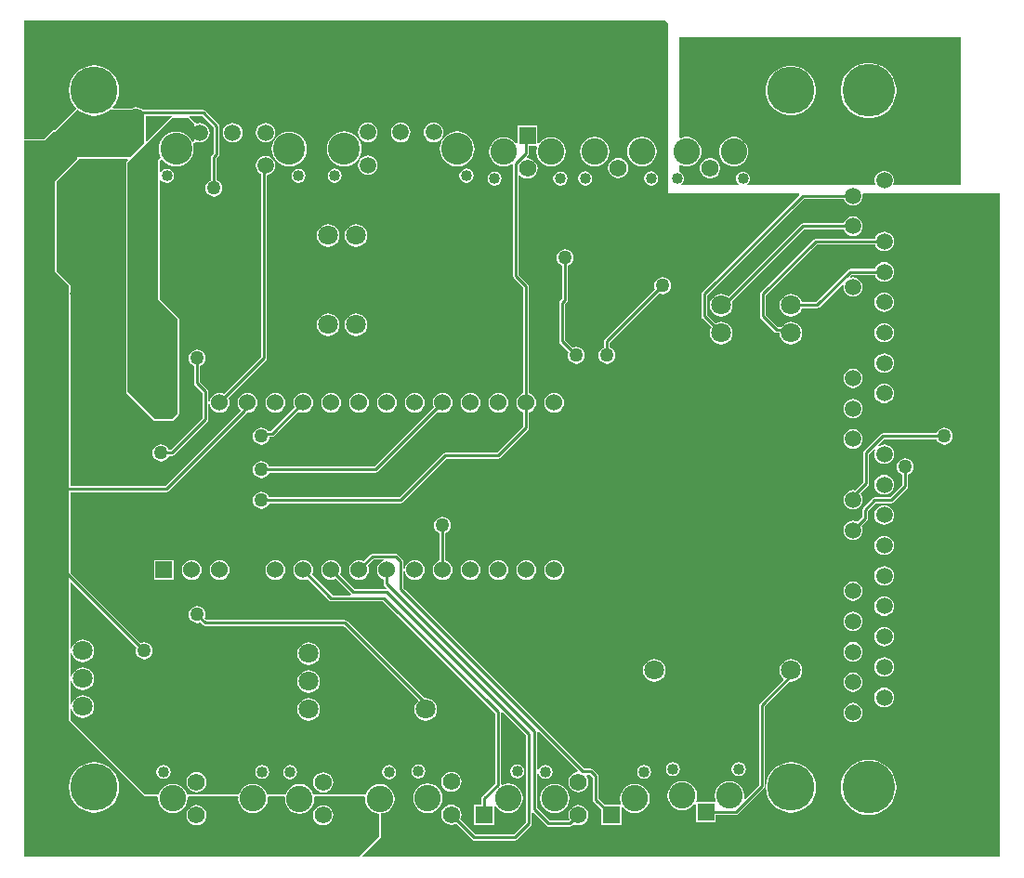
<source format=gbl>
G04*
G04 #@! TF.GenerationSoftware,Altium Limited,Altium Designer,23.1.1 (15)*
G04*
G04 Layer_Physical_Order=2*
G04 Layer_Color=16711680*
%FSLAX25Y25*%
%MOIN*%
G70*
G04*
G04 #@! TF.SameCoordinates,F8F85EFA-0F4A-4E32-949D-36CD74FFCFB1*
G04*
G04*
G04 #@! TF.FilePolarity,Positive*
G04*
G01*
G75*
%ADD13C,0.01000*%
%ADD50C,0.04016*%
%ADD51C,0.06181*%
%ADD52R,0.06181X0.06181*%
%ADD53C,0.09488*%
%ADD60C,0.05984*%
%ADD61C,0.11457*%
%ADD62R,0.06024X0.06024*%
%ADD63C,0.06024*%
%ADD64C,0.07087*%
%ADD65C,0.05906*%
%ADD66R,0.05906X0.05906*%
%ADD67C,0.18898*%
%ADD68C,0.16929*%
%ADD69C,0.05000*%
G36*
X43000Y267000D02*
Y256000D01*
X38000Y251000D01*
X19000D01*
X19000Y250459D01*
X11000Y242459D01*
Y210000D01*
X16000Y205000D01*
Y202594D01*
X15922Y202000D01*
X16000Y201406D01*
Y49000D01*
X43159Y21841D01*
X47702D01*
X48032Y21465D01*
X47971Y21000D01*
X48151Y19631D01*
X48679Y18355D01*
X49520Y17260D01*
X50615Y16419D01*
X51891Y15891D01*
X53260Y15711D01*
X54629Y15891D01*
X55905Y16419D01*
X57000Y17260D01*
X57841Y18355D01*
X58369Y19631D01*
X58549Y21000D01*
X58488Y21465D01*
X58818Y21841D01*
X76442D01*
X76772Y21465D01*
X76711Y21000D01*
X76891Y19631D01*
X77419Y18355D01*
X78260Y17260D01*
X79355Y16419D01*
X80631Y15891D01*
X82000Y15711D01*
X83369Y15891D01*
X84645Y16419D01*
X85740Y17260D01*
X86581Y18355D01*
X87109Y19631D01*
X87289Y21000D01*
X87228Y21465D01*
X87558Y21841D01*
X93179D01*
X93509Y21465D01*
X93435Y20906D01*
X93615Y19536D01*
X94144Y18261D01*
X94984Y17165D01*
X96080Y16325D01*
X97355Y15796D01*
X98724Y15616D01*
X100093Y15796D01*
X101369Y16325D01*
X102464Y17165D01*
X103305Y18261D01*
X103833Y19536D01*
X104014Y20906D01*
X103940Y21465D01*
X104270Y21841D01*
X121919D01*
X122249Y21465D01*
X122175Y20906D01*
X122355Y19536D01*
X122884Y18261D01*
X123724Y17165D01*
X124820Y16325D01*
X126096Y15796D01*
X127285Y15640D01*
Y7285D01*
X120000Y0D01*
X0D01*
Y257000D01*
X7235D01*
X10617Y260383D01*
X11000Y260000D01*
X19000Y268000D01*
X19399D01*
X19996Y267510D01*
X21553Y266678D01*
X23243Y266165D01*
X25000Y265992D01*
X26757Y266165D01*
X28447Y266678D01*
X30005Y267510D01*
X30601Y268000D01*
X42000D01*
X43000Y267000D01*
D02*
G37*
G36*
X52853Y265480D02*
X52617Y265383D01*
Y265383D01*
X44003Y256768D01*
X43541Y256960D01*
Y265980D01*
X52754D01*
X52853Y265480D01*
D02*
G37*
G36*
X61000Y263000D02*
Y257000D01*
X60658Y256658D01*
X60042Y256749D01*
X59653Y257477D01*
X58874Y258425D01*
X57926Y259204D01*
X56844Y259782D01*
X55670Y260138D01*
X54449Y260259D01*
X53228Y260138D01*
X52054Y259782D01*
X50972Y259204D01*
X50023Y258425D01*
X49245Y257477D01*
X48667Y256395D01*
X48311Y255221D01*
X48190Y254000D01*
X48311Y252779D01*
X48667Y251605D01*
X48994Y250994D01*
X48000Y250000D01*
Y200000D01*
X55000Y193000D01*
Y159000D01*
X53000Y157000D01*
X47000D01*
X37000Y167000D01*
Y170000D01*
Y249000D01*
X53000Y265000D01*
X59000D01*
X61000Y263000D01*
D02*
G37*
G36*
X336000Y241000D02*
X311946D01*
X311679Y241500D01*
X311878Y242242D01*
Y243151D01*
X311643Y244030D01*
X311188Y244817D01*
X310545Y245460D01*
X309758Y245914D01*
X308880Y246150D01*
X307971D01*
X307092Y245914D01*
X306305Y245460D01*
X305662Y244817D01*
X305208Y244030D01*
X304972Y243151D01*
Y242242D01*
X305171Y241500D01*
X304905Y241000D01*
X259564D01*
X259369Y241500D01*
X259937Y242068D01*
X260319Y242989D01*
Y243987D01*
X259937Y244909D01*
X259232Y245614D01*
X258310Y245996D01*
X257312D01*
X256390Y245614D01*
X255685Y244909D01*
X255303Y243987D01*
Y242989D01*
X255685Y242068D01*
X256253Y241500D01*
X256058Y241000D01*
X235943D01*
X235747Y241500D01*
X236315Y242068D01*
X236697Y242989D01*
Y243987D01*
X236315Y244909D01*
X235610Y245614D01*
X235000Y245867D01*
Y248003D01*
X235433Y248253D01*
X235511Y248208D01*
X236845Y247850D01*
X238226D01*
X239560Y248208D01*
X240755Y248898D01*
X241732Y249874D01*
X242422Y251070D01*
X242779Y252404D01*
Y253785D01*
X242422Y255119D01*
X241732Y256314D01*
X240755Y257291D01*
X239560Y257981D01*
X238226Y258339D01*
X236845D01*
X235511Y257981D01*
X235433Y257936D01*
X235000Y258186D01*
Y294000D01*
X336000D01*
Y241000D01*
D02*
G37*
G36*
X231000Y299000D02*
Y238000D01*
X277851D01*
X278058Y237500D01*
X243279Y202721D01*
X243058Y202390D01*
X242980Y202000D01*
Y194000D01*
X243058Y193610D01*
X243279Y193279D01*
X246490Y190068D01*
X246468Y190039D01*
X246061Y189056D01*
X245922Y188000D01*
X246061Y186944D01*
X246468Y185961D01*
X247116Y185116D01*
X247961Y184468D01*
X248944Y184061D01*
X250000Y183922D01*
X251056Y184061D01*
X252039Y184468D01*
X252884Y185116D01*
X253532Y185961D01*
X253939Y186944D01*
X254078Y188000D01*
X253939Y189056D01*
X253532Y190039D01*
X252884Y190884D01*
X252039Y191532D01*
X251056Y191939D01*
X250000Y192078D01*
X248944Y191939D01*
X247961Y191532D01*
X247932Y191510D01*
X245020Y194422D01*
Y201578D01*
X279666Y236225D01*
X293929D01*
X294228Y235503D01*
X294782Y234782D01*
X295503Y234228D01*
X296343Y233880D01*
X297244Y233762D01*
X298145Y233880D01*
X298985Y234228D01*
X299707Y234782D01*
X300260Y235503D01*
X300608Y236343D01*
X300727Y237244D01*
X300677Y237624D01*
X301006Y238000D01*
X350000D01*
Y0D01*
X121419D01*
X121227Y462D01*
X127667Y6902D01*
X127826Y7285D01*
X127826Y7285D01*
Y15640D01*
X127841Y15666D01*
X128833Y15796D01*
X130109Y16325D01*
X131205Y17165D01*
X132045Y18261D01*
X132574Y19536D01*
X132754Y20906D01*
X132574Y22275D01*
X132045Y23550D01*
X131205Y24646D01*
X130109Y25486D01*
X128833Y26015D01*
X127465Y26195D01*
X126096Y26015D01*
X124820Y25486D01*
X123724Y24646D01*
X122884Y23550D01*
X122516Y22662D01*
X122478Y22584D01*
X121955Y22381D01*
X121934Y22381D01*
X121919Y22382D01*
X121478Y22382D01*
X104270D01*
X104247Y22376D01*
X104234Y22381D01*
X103711Y22584D01*
X103673Y22662D01*
X103305Y23550D01*
X102464Y24646D01*
X101369Y25486D01*
X100093Y26015D01*
X98724Y26195D01*
X97355Y26015D01*
X96080Y25486D01*
X94984Y24646D01*
X94144Y23550D01*
X93776Y22662D01*
X93738Y22584D01*
X93214Y22381D01*
X93194Y22381D01*
X93179Y22382D01*
X92738Y22382D01*
X87558D01*
X87522Y22381D01*
X87011Y22607D01*
X86980Y22681D01*
X86581Y23645D01*
X85740Y24740D01*
X84645Y25581D01*
X83369Y26109D01*
X82000Y26289D01*
X80631Y26109D01*
X79355Y25581D01*
X78260Y24740D01*
X77419Y23645D01*
X77020Y22681D01*
X76989Y22607D01*
X76478Y22381D01*
X76442Y22382D01*
X58818D01*
X58782Y22381D01*
X58271Y22607D01*
X58240Y22681D01*
X57841Y23645D01*
X57000Y24740D01*
X55905Y25581D01*
X54629Y26109D01*
X53260Y26289D01*
X51891Y26109D01*
X50615Y25581D01*
X49520Y24740D01*
X48679Y23645D01*
X48280Y22681D01*
X48249Y22607D01*
X47738Y22381D01*
X47702Y22382D01*
X43383D01*
X16541Y49224D01*
Y53060D01*
X17041Y53093D01*
X17061Y52944D01*
X17468Y51961D01*
X18116Y51116D01*
X18961Y50468D01*
X19944Y50061D01*
X21000Y49922D01*
X22055Y50061D01*
X23039Y50468D01*
X23884Y51116D01*
X24532Y51961D01*
X24939Y52944D01*
X25078Y54000D01*
X24939Y55055D01*
X24532Y56039D01*
X23884Y56884D01*
X23039Y57532D01*
X22055Y57939D01*
X21000Y58078D01*
X19944Y57939D01*
X18961Y57532D01*
X18116Y56884D01*
X17468Y56039D01*
X17061Y55055D01*
X17041Y54907D01*
X16541Y54940D01*
Y63060D01*
X17041Y63093D01*
X17061Y62945D01*
X17468Y61961D01*
X18116Y61116D01*
X18961Y60468D01*
X19944Y60061D01*
X21000Y59922D01*
X22055Y60061D01*
X23039Y60468D01*
X23884Y61116D01*
X24532Y61961D01*
X24939Y62945D01*
X25078Y64000D01*
X24939Y65056D01*
X24532Y66039D01*
X23884Y66884D01*
X23039Y67532D01*
X22055Y67939D01*
X21000Y68078D01*
X19944Y67939D01*
X18961Y67532D01*
X18116Y66884D01*
X17468Y66039D01*
X17061Y65056D01*
X17041Y64907D01*
X16541Y64940D01*
Y73060D01*
X17041Y73093D01*
X17061Y72944D01*
X17468Y71961D01*
X18116Y71116D01*
X18961Y70468D01*
X19944Y70061D01*
X21000Y69922D01*
X22055Y70061D01*
X23039Y70468D01*
X23884Y71116D01*
X24532Y71961D01*
X24939Y72944D01*
X25078Y74000D01*
X24939Y75055D01*
X24532Y76039D01*
X23884Y76884D01*
X23039Y77532D01*
X22055Y77939D01*
X21000Y78078D01*
X19944Y77939D01*
X18961Y77532D01*
X18116Y76884D01*
X17468Y76039D01*
X17061Y75055D01*
X17041Y74907D01*
X16541Y74940D01*
Y98364D01*
X17003Y98555D01*
X40282Y75276D01*
X40077Y74783D01*
X39974Y74000D01*
X40077Y73217D01*
X40380Y72487D01*
X40860Y71860D01*
X41487Y71380D01*
X42217Y71077D01*
X43000Y70974D01*
X43783Y71077D01*
X44513Y71380D01*
X45140Y71860D01*
X45621Y72487D01*
X45923Y73217D01*
X46026Y74000D01*
X45923Y74783D01*
X45621Y75513D01*
X45140Y76140D01*
X44513Y76621D01*
X43783Y76923D01*
X43000Y77026D01*
X42217Y76923D01*
X41723Y76718D01*
X16541Y101901D01*
Y130980D01*
X51000D01*
X51390Y131058D01*
X51721Y131279D01*
X79760Y159318D01*
X79865Y159476D01*
X80000Y159458D01*
X80917Y159579D01*
X81771Y159932D01*
X82505Y160495D01*
X83068Y161229D01*
X83421Y162083D01*
X83542Y163000D01*
X83421Y163917D01*
X83068Y164771D01*
X82505Y165505D01*
X81771Y166068D01*
X80917Y166421D01*
X80000Y166542D01*
X79083Y166421D01*
X78229Y166068D01*
X77495Y165505D01*
X76932Y164771D01*
X76579Y163917D01*
X76458Y163000D01*
X76579Y162083D01*
X76932Y161229D01*
X77495Y160495D01*
X77510Y160484D01*
X77543Y159985D01*
X50578Y133020D01*
X16541D01*
Y201406D01*
X16527Y201441D01*
X16537Y201477D01*
X16468Y202000D01*
X16537Y202523D01*
X16527Y202559D01*
X16541Y202594D01*
Y205000D01*
X16541Y205000D01*
X16383Y205383D01*
X16383Y205383D01*
X11541Y210224D01*
Y242235D01*
X19383Y250076D01*
X19541Y250459D01*
X37040D01*
X37231Y249997D01*
X36617Y249383D01*
X36459Y249000D01*
X36459Y249000D01*
Y170000D01*
Y167000D01*
X36459Y167000D01*
X36617Y166617D01*
X36617Y166617D01*
X46617Y156617D01*
X47000Y156459D01*
X47000Y156459D01*
X53000D01*
X53000Y156459D01*
X53383Y156617D01*
X53383Y156617D01*
X55383Y158617D01*
X55541Y159000D01*
X55541Y159000D01*
Y193000D01*
X55383Y193383D01*
X55383Y193383D01*
X48541Y200224D01*
Y242813D01*
X49041Y242964D01*
X49294Y242586D01*
X50124Y242031D01*
X51102Y241837D01*
X52081Y242031D01*
X52911Y242586D01*
X53465Y243415D01*
X53659Y244394D01*
X53465Y245372D01*
X52911Y246202D01*
X52081Y246756D01*
X51102Y246951D01*
X50124Y246756D01*
X49294Y246202D01*
X49041Y245823D01*
X48541Y245975D01*
Y249776D01*
X49001Y250236D01*
X49501Y250212D01*
X50023Y249575D01*
X50972Y248796D01*
X52054Y248218D01*
X53228Y247862D01*
X54449Y247742D01*
X55670Y247862D01*
X56844Y248218D01*
X57926Y248796D01*
X58874Y249575D01*
X59653Y250523D01*
X60231Y251605D01*
X60587Y252779D01*
X60707Y254000D01*
X60587Y255221D01*
X60454Y255659D01*
X60658Y256116D01*
X60814Y256181D01*
X60818Y256182D01*
X60980Y256223D01*
X61001Y256259D01*
X61040Y256275D01*
X61383Y256617D01*
X61433Y256739D01*
X62002Y256503D01*
X62913Y256383D01*
X63825Y256503D01*
X64675Y256855D01*
X65404Y257415D01*
X65964Y258144D01*
X66316Y258994D01*
X66436Y259906D01*
X66316Y260817D01*
X65964Y261667D01*
X65404Y262396D01*
X64675Y262956D01*
X63825Y263308D01*
X62913Y263428D01*
X62002Y263308D01*
X61891Y263262D01*
X61383Y263383D01*
X59383Y265383D01*
X59147Y265480D01*
X59246Y265980D01*
X63892D01*
X67980Y261892D01*
Y252621D01*
X67279Y251919D01*
X67058Y251588D01*
X66980Y251198D01*
Y242825D01*
X66487Y242620D01*
X65860Y242140D01*
X65380Y241513D01*
X65077Y240783D01*
X64974Y240000D01*
X65077Y239217D01*
X65380Y238487D01*
X65860Y237860D01*
X66487Y237380D01*
X67217Y237077D01*
X68000Y236974D01*
X68783Y237077D01*
X69513Y237380D01*
X70140Y237860D01*
X70621Y238487D01*
X70923Y239217D01*
X71026Y240000D01*
X70923Y240783D01*
X70621Y241513D01*
X70140Y242140D01*
X69513Y242620D01*
X69020Y242825D01*
Y250776D01*
X69721Y251477D01*
X69942Y251808D01*
X70020Y252198D01*
Y262314D01*
X69942Y262704D01*
X69721Y263035D01*
X65035Y267721D01*
X64704Y267942D01*
X64314Y268020D01*
X42746D01*
X42383Y268383D01*
X42383Y268383D01*
X42000Y268541D01*
X42000Y268541D01*
X41616D01*
X41513Y268620D01*
X40783Y268923D01*
X40000Y269026D01*
X39217Y268923D01*
X38487Y268620D01*
X38384Y268541D01*
X31943D01*
X31707Y269041D01*
X32490Y269995D01*
X33322Y271553D01*
X33835Y273243D01*
X34008Y275000D01*
X33835Y276757D01*
X33322Y278447D01*
X32490Y280005D01*
X31370Y281370D01*
X30005Y282490D01*
X28447Y283322D01*
X26757Y283835D01*
X25000Y284008D01*
X23243Y283835D01*
X21553Y283322D01*
X19996Y282490D01*
X18630Y281370D01*
X17510Y280005D01*
X16678Y278447D01*
X16165Y276757D01*
X15992Y275000D01*
X16165Y273243D01*
X16678Y271553D01*
X17510Y269995D01*
X18447Y268853D01*
X18571Y268510D01*
X18404Y268169D01*
X11000Y260765D01*
X10697Y260891D01*
X10617Y260924D01*
X10235Y260765D01*
X10235Y260765D01*
X7010Y257541D01*
X0D01*
Y300000D01*
X230000D01*
X231000Y299000D01*
D02*
G37*
%LPC*%
G36*
X25000Y34008D02*
X23243Y33835D01*
X21553Y33322D01*
X19996Y32490D01*
X18630Y31370D01*
X17510Y30005D01*
X16678Y28447D01*
X16165Y26757D01*
X15992Y25000D01*
X16165Y23243D01*
X16678Y21553D01*
X17510Y19996D01*
X18630Y18630D01*
X19996Y17510D01*
X21553Y16678D01*
X23243Y16165D01*
X25000Y15992D01*
X26757Y16165D01*
X28447Y16678D01*
X30005Y17510D01*
X31370Y18630D01*
X32490Y19996D01*
X33322Y21553D01*
X33835Y23243D01*
X34008Y25000D01*
X33835Y26757D01*
X33322Y28447D01*
X32490Y30005D01*
X31370Y31370D01*
X30005Y32490D01*
X28447Y33322D01*
X26757Y33835D01*
X25000Y34008D01*
D02*
G37*
G36*
X61724Y18716D02*
X60787Y18593D01*
X59914Y18231D01*
X59164Y17655D01*
X58588Y16905D01*
X58226Y16032D01*
X58103Y15094D01*
X58226Y14157D01*
X58588Y13284D01*
X59164Y12534D01*
X59914Y11958D01*
X60787Y11596D01*
X61724Y11473D01*
X62662Y11596D01*
X63535Y11958D01*
X64285Y12534D01*
X64861Y13284D01*
X65223Y14157D01*
X65346Y15094D01*
X65223Y16032D01*
X64861Y16905D01*
X64285Y17655D01*
X63535Y18231D01*
X62662Y18593D01*
X61724Y18716D01*
D02*
G37*
G36*
X107189Y18621D02*
X106252Y18498D01*
X105378Y18136D01*
X104628Y17561D01*
X104053Y16811D01*
X103691Y15937D01*
X103568Y15000D01*
X103691Y14063D01*
X104053Y13189D01*
X104628Y12439D01*
X105378Y11864D01*
X106252Y11502D01*
X107189Y11378D01*
X108126Y11502D01*
X109000Y11864D01*
X109750Y12439D01*
X110325Y13189D01*
X110687Y14063D01*
X110810Y15000D01*
X110687Y15937D01*
X110325Y16811D01*
X109750Y17561D01*
X109000Y18136D01*
X108126Y18498D01*
X107189Y18621D01*
D02*
G37*
G36*
X275883Y283965D02*
X274117D01*
X272385Y283620D01*
X270754Y282944D01*
X269285Y281963D01*
X268037Y280715D01*
X267056Y279246D01*
X266380Y277615D01*
X266035Y275883D01*
Y274117D01*
X266380Y272385D01*
X267056Y270754D01*
X268037Y269285D01*
X269285Y268037D01*
X270754Y267056D01*
X272385Y266380D01*
X274117Y266035D01*
X275883D01*
X277615Y266380D01*
X279246Y267056D01*
X280715Y268037D01*
X281963Y269285D01*
X282944Y270754D01*
X283620Y272385D01*
X283965Y274117D01*
Y275883D01*
X283620Y277615D01*
X282944Y279246D01*
X281963Y280715D01*
X280715Y281963D01*
X279246Y282944D01*
X277615Y283620D01*
X275883Y283965D01*
D02*
G37*
G36*
X303815Y284949D02*
X301855D01*
X299933Y284566D01*
X298122Y283817D01*
X296493Y282728D01*
X295107Y281342D01*
X294018Y279713D01*
X293268Y277902D01*
X292886Y275980D01*
Y274020D01*
X293268Y272098D01*
X294018Y270287D01*
X295107Y268658D01*
X296493Y267272D01*
X298122Y266183D01*
X299933Y265434D01*
X301855Y265051D01*
X303815D01*
X305737Y265434D01*
X307547Y266183D01*
X309177Y267272D01*
X310562Y268658D01*
X311651Y270287D01*
X312401Y272098D01*
X312784Y274020D01*
Y275980D01*
X312401Y277902D01*
X311651Y279713D01*
X310562Y281342D01*
X309177Y282728D01*
X307547Y283817D01*
X305737Y284566D01*
X303815Y284949D01*
D02*
G37*
G36*
X255155Y258339D02*
X253774D01*
X252440Y257981D01*
X251245Y257291D01*
X250268Y256314D01*
X249578Y255119D01*
X249220Y253785D01*
Y252404D01*
X249578Y251070D01*
X250268Y249874D01*
X251245Y248898D01*
X252440Y248208D01*
X253774Y247850D01*
X255155D01*
X256489Y248208D01*
X257684Y248898D01*
X258661Y249874D01*
X259351Y251070D01*
X259709Y252404D01*
Y253785D01*
X259351Y255119D01*
X258661Y256314D01*
X257684Y257291D01*
X256489Y257981D01*
X255155Y258339D01*
D02*
G37*
G36*
X246473Y250780D02*
X245527D01*
X244614Y250535D01*
X243795Y250062D01*
X243127Y249394D01*
X242654Y248575D01*
X242409Y247662D01*
Y246716D01*
X242654Y245803D01*
X243127Y244984D01*
X243795Y244316D01*
X244614Y243843D01*
X245527Y243598D01*
X246473D01*
X247386Y243843D01*
X248205Y244316D01*
X248873Y244984D01*
X249346Y245803D01*
X249590Y246716D01*
Y247662D01*
X249346Y248575D01*
X248873Y249394D01*
X248205Y250062D01*
X247386Y250535D01*
X246473Y250780D01*
D02*
G37*
G36*
X146811Y263522D02*
X145899Y263402D01*
X145050Y263050D01*
X144320Y262491D01*
X143761Y261761D01*
X143409Y260912D01*
X143289Y260000D01*
X143409Y259088D01*
X143761Y258239D01*
X144320Y257509D01*
X145050Y256950D01*
X145899Y256598D01*
X146811Y256478D01*
X147723Y256598D01*
X148572Y256950D01*
X149302Y257509D01*
X149861Y258239D01*
X150213Y259088D01*
X150333Y260000D01*
X150213Y260912D01*
X149861Y261761D01*
X149302Y262491D01*
X148572Y263050D01*
X147723Y263402D01*
X146811Y263522D01*
D02*
G37*
G36*
X135000D02*
X134088Y263402D01*
X133239Y263050D01*
X132509Y262491D01*
X131950Y261761D01*
X131598Y260912D01*
X131478Y260000D01*
X131598Y259088D01*
X131950Y258239D01*
X132509Y257509D01*
X133239Y256950D01*
X134088Y256598D01*
X135000Y256478D01*
X135912Y256598D01*
X136761Y256950D01*
X137491Y257509D01*
X138050Y258239D01*
X138402Y259088D01*
X138522Y260000D01*
X138402Y260912D01*
X138050Y261761D01*
X137491Y262491D01*
X136761Y263050D01*
X135912Y263402D01*
X135000Y263522D01*
D02*
G37*
G36*
X123189D02*
X122277Y263402D01*
X121428Y263050D01*
X120698Y262491D01*
X120139Y261761D01*
X119787Y260912D01*
X119667Y260000D01*
X119787Y259088D01*
X120139Y258239D01*
X120698Y257509D01*
X121428Y256950D01*
X122277Y256598D01*
X123189Y256478D01*
X124101Y256598D01*
X124950Y256950D01*
X125680Y257509D01*
X126239Y258239D01*
X126591Y259088D01*
X126711Y260000D01*
X126591Y260912D01*
X126239Y261761D01*
X125680Y262491D01*
X124950Y263050D01*
X124101Y263402D01*
X123189Y263522D01*
D02*
G37*
G36*
X86535Y263428D02*
X85624Y263308D01*
X84774Y262956D01*
X84045Y262396D01*
X83485Y261667D01*
X83133Y260817D01*
X83013Y259906D01*
X83133Y258994D01*
X83485Y258144D01*
X84045Y257415D01*
X84774Y256855D01*
X85624Y256503D01*
X86535Y256383D01*
X87447Y256503D01*
X88297Y256855D01*
X89026Y257415D01*
X89586Y258144D01*
X89938Y258994D01*
X90058Y259906D01*
X89938Y260817D01*
X89586Y261667D01*
X89026Y262396D01*
X88297Y262956D01*
X87447Y263308D01*
X86535Y263428D01*
D02*
G37*
G36*
X74724D02*
X73813Y263308D01*
X72963Y262956D01*
X72234Y262396D01*
X71674Y261667D01*
X71322Y260817D01*
X71202Y259906D01*
X71322Y258994D01*
X71674Y258144D01*
X72234Y257415D01*
X72963Y256855D01*
X73813Y256503D01*
X74724Y256383D01*
X75636Y256503D01*
X76486Y256855D01*
X77215Y257415D01*
X77775Y258144D01*
X78127Y258994D01*
X78247Y259906D01*
X78127Y260817D01*
X77775Y261667D01*
X77215Y262396D01*
X76486Y262956D01*
X75636Y263308D01*
X74724Y263428D01*
D02*
G37*
G36*
X184055Y262496D02*
X176874D01*
Y256084D01*
X176374Y255914D01*
X175740Y256740D01*
X174645Y257581D01*
X173369Y258109D01*
X172000Y258289D01*
X170631Y258109D01*
X169355Y257581D01*
X168260Y256740D01*
X167419Y255645D01*
X166891Y254369D01*
X166711Y253000D01*
X166891Y251631D01*
X167419Y250355D01*
X168260Y249260D01*
X169355Y248419D01*
X170631Y247891D01*
X172000Y247711D01*
X173369Y247891D01*
X174645Y248419D01*
X174854Y248580D01*
X175354Y248334D01*
Y208387D01*
X175432Y207997D01*
X175653Y207666D01*
X178980Y204339D01*
Y166379D01*
X178229Y166068D01*
X177495Y165505D01*
X176932Y164771D01*
X176579Y163917D01*
X176458Y163000D01*
X176579Y162083D01*
X176932Y161229D01*
X177495Y160495D01*
X178229Y159932D01*
X178980Y159621D01*
Y154422D01*
X169578Y145020D01*
X151000D01*
X150610Y144942D01*
X150279Y144721D01*
X134578Y129020D01*
X87825D01*
X87621Y129513D01*
X87140Y130140D01*
X86513Y130621D01*
X85783Y130923D01*
X85000Y131026D01*
X84217Y130923D01*
X83487Y130621D01*
X82860Y130140D01*
X82380Y129513D01*
X82077Y128783D01*
X81974Y128000D01*
X82077Y127217D01*
X82380Y126487D01*
X82860Y125860D01*
X83487Y125380D01*
X84217Y125077D01*
X85000Y124974D01*
X85783Y125077D01*
X86513Y125380D01*
X87140Y125860D01*
X87621Y126487D01*
X87825Y126980D01*
X135000D01*
X135390Y127058D01*
X135721Y127279D01*
X151422Y142980D01*
X170000D01*
X170390Y143058D01*
X170721Y143279D01*
X180721Y153279D01*
X180942Y153610D01*
X181020Y154000D01*
Y159621D01*
X181771Y159932D01*
X182505Y160495D01*
X183068Y161229D01*
X183421Y162083D01*
X183542Y163000D01*
X183421Y163917D01*
X183068Y164771D01*
X182505Y165505D01*
X181771Y166068D01*
X181020Y166379D01*
Y204761D01*
X180942Y205151D01*
X180721Y205482D01*
X177394Y208809D01*
Y244421D01*
X177867Y244582D01*
X177904Y244534D01*
X178654Y243958D01*
X179527Y243596D01*
X180465Y243473D01*
X181402Y243596D01*
X182275Y243958D01*
X183025Y244534D01*
X183601Y245284D01*
X183963Y246157D01*
X184086Y247094D01*
X183963Y248032D01*
X183601Y248905D01*
X183025Y249655D01*
X182275Y250231D01*
X181402Y250593D01*
X180465Y250716D01*
X180405Y250708D01*
X180184Y251157D01*
X180721Y251694D01*
X180942Y252025D01*
X181020Y252415D01*
Y255315D01*
X183671D01*
X184005Y254815D01*
X183820Y254369D01*
X183640Y253000D01*
X183820Y251631D01*
X184348Y250355D01*
X185189Y249260D01*
X186284Y248419D01*
X187560Y247891D01*
X188929Y247711D01*
X190298Y247891D01*
X191574Y248419D01*
X192669Y249260D01*
X193510Y250355D01*
X194038Y251631D01*
X194219Y253000D01*
X194038Y254369D01*
X193510Y255645D01*
X192669Y256740D01*
X191574Y257581D01*
X190298Y258109D01*
X188929Y258289D01*
X187560Y258109D01*
X186284Y257581D01*
X185189Y256740D01*
X184555Y255914D01*
X184055Y256084D01*
Y262496D01*
D02*
G37*
G36*
X155276Y260353D02*
X154055Y260233D01*
X152881Y259877D01*
X151799Y259298D01*
X150850Y258520D01*
X150072Y257572D01*
X149494Y256489D01*
X149137Y255315D01*
X149017Y254095D01*
X149137Y252873D01*
X149494Y251699D01*
X150072Y250618D01*
X150850Y249669D01*
X151799Y248891D01*
X152881Y248312D01*
X154055Y247956D01*
X155276Y247836D01*
X156497Y247956D01*
X157671Y248312D01*
X158753Y248891D01*
X159701Y249669D01*
X160479Y250618D01*
X161058Y251699D01*
X161414Y252873D01*
X161534Y254095D01*
X161414Y255315D01*
X161058Y256489D01*
X160479Y257572D01*
X159701Y258520D01*
X158753Y259298D01*
X157671Y259877D01*
X156497Y260233D01*
X155276Y260353D01*
D02*
G37*
G36*
X114724D02*
X113503Y260233D01*
X112329Y259877D01*
X111247Y259298D01*
X110299Y258520D01*
X109521Y257572D01*
X108942Y256489D01*
X108586Y255315D01*
X108466Y254095D01*
X108586Y252873D01*
X108942Y251699D01*
X109521Y250618D01*
X110299Y249669D01*
X111247Y248891D01*
X112329Y248312D01*
X113503Y247956D01*
X114724Y247836D01*
X115945Y247956D01*
X117119Y248312D01*
X118201Y248891D01*
X119150Y249669D01*
X119928Y250618D01*
X120507Y251699D01*
X120863Y252873D01*
X120983Y254095D01*
X120863Y255315D01*
X120507Y256489D01*
X119928Y257572D01*
X119150Y258520D01*
X118201Y259298D01*
X117119Y259877D01*
X115945Y260233D01*
X114724Y260353D01*
D02*
G37*
G36*
X221465Y258384D02*
X220096Y258204D01*
X218820Y257675D01*
X217724Y256835D01*
X216884Y255739D01*
X216355Y254464D01*
X216175Y253095D01*
X216355Y251726D01*
X216884Y250450D01*
X217724Y249354D01*
X218820Y248514D01*
X220096Y247985D01*
X221465Y247805D01*
X222834Y247985D01*
X224109Y248514D01*
X225205Y249354D01*
X226045Y250450D01*
X226574Y251726D01*
X226754Y253095D01*
X226574Y254464D01*
X226045Y255739D01*
X225205Y256835D01*
X224109Y257675D01*
X222834Y258204D01*
X221465Y258384D01*
D02*
G37*
G36*
X204535D02*
X203167Y258204D01*
X201891Y257675D01*
X200795Y256835D01*
X199955Y255739D01*
X199426Y254464D01*
X199246Y253095D01*
X199426Y251726D01*
X199955Y250450D01*
X200795Y249354D01*
X201891Y248514D01*
X203167Y247985D01*
X204535Y247805D01*
X205904Y247985D01*
X207180Y248514D01*
X208276Y249354D01*
X209116Y250450D01*
X209645Y251726D01*
X209825Y253095D01*
X209645Y254464D01*
X209116Y255739D01*
X208276Y256835D01*
X207180Y257675D01*
X205904Y258204D01*
X204535Y258384D01*
D02*
G37*
G36*
X95000Y260259D02*
X93779Y260138D01*
X92605Y259782D01*
X91523Y259204D01*
X90575Y258425D01*
X89796Y257477D01*
X89218Y256395D01*
X88862Y255221D01*
X88741Y254000D01*
X88862Y252779D01*
X89218Y251605D01*
X89796Y250523D01*
X90575Y249575D01*
X91523Y248796D01*
X92605Y248218D01*
X93779Y247862D01*
X95000Y247742D01*
X96221Y247862D01*
X97395Y248218D01*
X98477Y248796D01*
X99425Y249575D01*
X100204Y250523D01*
X100782Y251605D01*
X101138Y252779D01*
X101259Y254000D01*
X101138Y255221D01*
X100782Y256395D01*
X100204Y257477D01*
X99425Y258425D01*
X98477Y259204D01*
X97395Y259782D01*
X96221Y260138D01*
X95000Y260259D01*
D02*
G37*
G36*
X123189Y251711D02*
X122277Y251591D01*
X121428Y251239D01*
X120698Y250680D01*
X120139Y249950D01*
X119787Y249101D01*
X119667Y248189D01*
X119787Y247277D01*
X120139Y246428D01*
X120698Y245698D01*
X121428Y245139D01*
X122277Y244787D01*
X123189Y244667D01*
X124101Y244787D01*
X124950Y245139D01*
X125680Y245698D01*
X126239Y246428D01*
X126591Y247277D01*
X126711Y248189D01*
X126591Y249101D01*
X126239Y249950D01*
X125680Y250680D01*
X124950Y251239D01*
X124101Y251591D01*
X123189Y251711D01*
D02*
G37*
G36*
X213000Y250811D02*
X212063Y250687D01*
X211189Y250325D01*
X210439Y249750D01*
X209864Y249000D01*
X209502Y248126D01*
X209379Y247189D01*
X209502Y246252D01*
X209864Y245378D01*
X210439Y244628D01*
X211189Y244053D01*
X212063Y243691D01*
X213000Y243567D01*
X213937Y243691D01*
X214811Y244053D01*
X215561Y244628D01*
X216136Y245378D01*
X216498Y246252D01*
X216621Y247189D01*
X216498Y248126D01*
X216136Y249000D01*
X215561Y249750D01*
X214811Y250325D01*
X213937Y250687D01*
X213000Y250811D01*
D02*
G37*
G36*
X158622Y247045D02*
X157643Y246851D01*
X156814Y246296D01*
X156260Y245467D01*
X156065Y244488D01*
X156260Y243510D01*
X156814Y242680D01*
X157643Y242126D01*
X158622Y241931D01*
X159600Y242126D01*
X160430Y242680D01*
X160984Y243510D01*
X161179Y244488D01*
X160984Y245467D01*
X160430Y246296D01*
X159600Y246851D01*
X158622Y247045D01*
D02*
G37*
G36*
X111378D02*
X110399Y246851D01*
X109570Y246296D01*
X109016Y245467D01*
X108821Y244488D01*
X109016Y243510D01*
X109570Y242680D01*
X110399Y242126D01*
X111378Y241931D01*
X112356Y242126D01*
X113186Y242680D01*
X113740Y243510D01*
X113935Y244488D01*
X113740Y245467D01*
X113186Y246296D01*
X112356Y246851D01*
X111378Y247045D01*
D02*
G37*
G36*
X98346Y246951D02*
X97368Y246756D01*
X96538Y246202D01*
X95984Y245372D01*
X95789Y244394D01*
X95984Y243415D01*
X96538Y242586D01*
X97368Y242031D01*
X98346Y241837D01*
X99325Y242031D01*
X100154Y242586D01*
X100709Y243415D01*
X100903Y244394D01*
X100709Y245372D01*
X100154Y246202D01*
X99325Y246756D01*
X98346Y246951D01*
D02*
G37*
G36*
X224811Y246045D02*
X223833Y245851D01*
X223003Y245296D01*
X222449Y244467D01*
X222254Y243488D01*
X222449Y242510D01*
X223003Y241680D01*
X223833Y241126D01*
X224811Y240931D01*
X225789Y241126D01*
X226619Y241680D01*
X227173Y242510D01*
X227368Y243488D01*
X227173Y244467D01*
X226619Y245296D01*
X225789Y245851D01*
X224811Y246045D01*
D02*
G37*
G36*
X201189D02*
X200210Y245851D01*
X199381Y245296D01*
X198827Y244467D01*
X198632Y243488D01*
X198827Y242510D01*
X199381Y241680D01*
X200210Y241126D01*
X201189Y240931D01*
X202168Y241126D01*
X202997Y241680D01*
X203551Y242510D01*
X203746Y243488D01*
X203551Y244467D01*
X202997Y245296D01*
X202168Y245851D01*
X201189Y246045D01*
D02*
G37*
G36*
X192276Y245951D02*
X191297Y245756D01*
X190468Y245202D01*
X189913Y244372D01*
X189719Y243394D01*
X189913Y242415D01*
X190468Y241586D01*
X191297Y241031D01*
X192276Y240837D01*
X193254Y241031D01*
X194084Y241586D01*
X194638Y242415D01*
X194833Y243394D01*
X194638Y244372D01*
X194084Y245202D01*
X193254Y245756D01*
X192276Y245951D01*
D02*
G37*
G36*
X168654D02*
X167675Y245756D01*
X166846Y245202D01*
X166291Y244372D01*
X166097Y243394D01*
X166291Y242415D01*
X166846Y241586D01*
X167675Y241031D01*
X168654Y240837D01*
X169632Y241031D01*
X170462Y241586D01*
X171016Y242415D01*
X171211Y243394D01*
X171016Y244372D01*
X170462Y245202D01*
X169632Y245756D01*
X168654Y245951D01*
D02*
G37*
G36*
X297244Y229821D02*
X296343Y229702D01*
X295503Y229355D01*
X294782Y228801D01*
X294228Y228080D01*
X293929Y227358D01*
X279339D01*
X278948Y227281D01*
X278618Y227060D01*
X252634Y201076D01*
X252039Y201532D01*
X251056Y201939D01*
X250000Y202078D01*
X248944Y201939D01*
X247961Y201532D01*
X247116Y200884D01*
X246468Y200039D01*
X246061Y199056D01*
X245922Y198000D01*
X246061Y196944D01*
X246468Y195961D01*
X247116Y195116D01*
X247961Y194468D01*
X248944Y194061D01*
X250000Y193922D01*
X251056Y194061D01*
X252039Y194468D01*
X252884Y195116D01*
X253532Y195961D01*
X253939Y196944D01*
X254078Y198000D01*
X253939Y199056D01*
X253810Y199368D01*
X279761Y225319D01*
X293929D01*
X294228Y224597D01*
X294782Y223876D01*
X295503Y223323D01*
X296343Y222975D01*
X297244Y222856D01*
X298145Y222975D01*
X298985Y223323D01*
X299707Y223876D01*
X300260Y224597D01*
X300608Y225437D01*
X300727Y226339D01*
X300608Y227240D01*
X300260Y228080D01*
X299707Y228801D01*
X298985Y229355D01*
X298145Y229702D01*
X297244Y229821D01*
D02*
G37*
G36*
X119000Y227078D02*
X117945Y226939D01*
X116961Y226532D01*
X116116Y225884D01*
X115468Y225039D01*
X115061Y224056D01*
X114922Y223000D01*
X115061Y221944D01*
X115468Y220961D01*
X116116Y220116D01*
X116961Y219468D01*
X117945Y219061D01*
X119000Y218922D01*
X120055Y219061D01*
X121039Y219468D01*
X121884Y220116D01*
X122532Y220961D01*
X122939Y221944D01*
X123078Y223000D01*
X122939Y224056D01*
X122532Y225039D01*
X121884Y225884D01*
X121039Y226532D01*
X120055Y226939D01*
X119000Y227078D01*
D02*
G37*
G36*
X109000D02*
X107945Y226939D01*
X106961Y226532D01*
X106116Y225884D01*
X105468Y225039D01*
X105061Y224056D01*
X104922Y223000D01*
X105061Y221944D01*
X105468Y220961D01*
X106116Y220116D01*
X106961Y219468D01*
X107945Y219061D01*
X109000Y218922D01*
X110055Y219061D01*
X111039Y219468D01*
X111884Y220116D01*
X112532Y220961D01*
X112939Y221944D01*
X113078Y223000D01*
X112939Y224056D01*
X112532Y225039D01*
X111884Y225884D01*
X111039Y226532D01*
X110055Y226939D01*
X109000Y227078D01*
D02*
G37*
G36*
X308425Y224368D02*
X307524Y224250D01*
X306684Y223902D01*
X305963Y223348D01*
X305409Y222627D01*
X305110Y221905D01*
X283886D01*
X283496Y221828D01*
X283165Y221607D01*
X264279Y202721D01*
X264058Y202390D01*
X263980Y202000D01*
Y194000D01*
X264058Y193610D01*
X264279Y193279D01*
X269236Y188322D01*
X269566Y188101D01*
X269957Y188024D01*
X270901D01*
X270922Y188000D01*
X271061Y186944D01*
X271468Y185961D01*
X272116Y185116D01*
X272961Y184468D01*
X273944Y184061D01*
X275000Y183922D01*
X276056Y184061D01*
X277039Y184468D01*
X277884Y185116D01*
X278532Y185961D01*
X278939Y186944D01*
X279078Y188000D01*
X278939Y189056D01*
X278532Y190039D01*
X277884Y190884D01*
X277039Y191532D01*
X276056Y191939D01*
X275000Y192078D01*
X273944Y191939D01*
X272961Y191532D01*
X272116Y190884D01*
X271486Y190063D01*
X270379D01*
X266020Y194422D01*
Y201578D01*
X284308Y219866D01*
X305110D01*
X305409Y219145D01*
X305963Y218423D01*
X306684Y217870D01*
X307524Y217522D01*
X308425Y217403D01*
X309327Y217522D01*
X310167Y217870D01*
X310888Y218423D01*
X311441Y219145D01*
X311789Y219985D01*
X311908Y220886D01*
X311789Y221787D01*
X311441Y222627D01*
X310888Y223348D01*
X310167Y223902D01*
X309327Y224250D01*
X308425Y224368D01*
D02*
G37*
G36*
Y213463D02*
X307524Y213344D01*
X306684Y212996D01*
X305963Y212443D01*
X305409Y211722D01*
X305110Y211000D01*
X296363D01*
X295972Y210922D01*
X295642Y210701D01*
X283960Y199020D01*
X278944D01*
X278939Y199056D01*
X278532Y200039D01*
X277884Y200884D01*
X277039Y201532D01*
X276056Y201939D01*
X275000Y202078D01*
X273944Y201939D01*
X272961Y201532D01*
X272116Y200884D01*
X271468Y200039D01*
X271061Y199056D01*
X270922Y198000D01*
X271061Y196944D01*
X271468Y195961D01*
X272116Y195116D01*
X272961Y194468D01*
X273944Y194061D01*
X275000Y193922D01*
X276056Y194061D01*
X277039Y194468D01*
X277884Y195116D01*
X278532Y195961D01*
X278939Y196944D01*
X278944Y196980D01*
X284382D01*
X284772Y197058D01*
X285103Y197279D01*
X293418Y205594D01*
X293649Y205511D01*
X293868Y205337D01*
X293761Y204528D01*
X293880Y203626D01*
X294228Y202786D01*
X294782Y202065D01*
X295503Y201512D01*
X296343Y201164D01*
X297244Y201045D01*
X298145Y201164D01*
X298985Y201512D01*
X299707Y202065D01*
X300260Y202786D01*
X300608Y203626D01*
X300727Y204528D01*
X300608Y205429D01*
X300260Y206269D01*
X299707Y206990D01*
X298985Y207543D01*
X298145Y207891D01*
X297244Y208010D01*
X296435Y207904D01*
X296260Y208122D01*
X296178Y208353D01*
X296785Y208961D01*
X305110D01*
X305409Y208239D01*
X305963Y207518D01*
X306684Y206964D01*
X307524Y206616D01*
X308425Y206498D01*
X309327Y206616D01*
X310167Y206964D01*
X310888Y207518D01*
X311441Y208239D01*
X311789Y209079D01*
X311908Y209980D01*
X311789Y210882D01*
X311441Y211722D01*
X310888Y212443D01*
X310167Y212996D01*
X309327Y213344D01*
X308425Y213463D01*
D02*
G37*
G36*
X229000Y208026D02*
X228217Y207923D01*
X227487Y207621D01*
X226860Y207140D01*
X226379Y206513D01*
X226077Y205783D01*
X225974Y205000D01*
X226077Y204217D01*
X226282Y203724D01*
X208279Y185721D01*
X208058Y185390D01*
X207980Y185000D01*
Y182825D01*
X207487Y182621D01*
X206860Y182140D01*
X206380Y181513D01*
X206077Y180783D01*
X205974Y180000D01*
X206077Y179217D01*
X206380Y178487D01*
X206860Y177860D01*
X207487Y177380D01*
X208217Y177077D01*
X209000Y176974D01*
X209783Y177077D01*
X210513Y177380D01*
X211140Y177860D01*
X211620Y178487D01*
X211923Y179217D01*
X212026Y180000D01*
X211923Y180783D01*
X211620Y181513D01*
X211140Y182140D01*
X210513Y182621D01*
X210020Y182825D01*
Y184578D01*
X227724Y202282D01*
X228217Y202077D01*
X229000Y201974D01*
X229783Y202077D01*
X230513Y202379D01*
X231140Y202860D01*
X231621Y203487D01*
X231923Y204217D01*
X232026Y205000D01*
X231923Y205783D01*
X231621Y206513D01*
X231140Y207140D01*
X230513Y207621D01*
X229783Y207923D01*
X229000Y208026D01*
D02*
G37*
G36*
X308425Y202557D02*
X307524Y202439D01*
X306684Y202091D01*
X305963Y201537D01*
X305409Y200816D01*
X305061Y199976D01*
X304943Y199075D01*
X305061Y198173D01*
X305409Y197334D01*
X305963Y196612D01*
X306684Y196059D01*
X307524Y195711D01*
X308425Y195592D01*
X309327Y195711D01*
X310167Y196059D01*
X310888Y196612D01*
X311441Y197334D01*
X311789Y198173D01*
X311908Y199075D01*
X311789Y199976D01*
X311441Y200816D01*
X310888Y201537D01*
X310167Y202091D01*
X309327Y202439D01*
X308425Y202557D01*
D02*
G37*
G36*
X119000Y195078D02*
X117945Y194939D01*
X116961Y194532D01*
X116116Y193884D01*
X115468Y193039D01*
X115061Y192055D01*
X114922Y191000D01*
X115061Y189945D01*
X115468Y188961D01*
X116116Y188116D01*
X116961Y187468D01*
X117945Y187061D01*
X119000Y186922D01*
X120055Y187061D01*
X121039Y187468D01*
X121884Y188116D01*
X122532Y188961D01*
X122939Y189945D01*
X123078Y191000D01*
X122939Y192055D01*
X122532Y193039D01*
X121884Y193884D01*
X121039Y194532D01*
X120055Y194939D01*
X119000Y195078D01*
D02*
G37*
G36*
X109000D02*
X107945Y194939D01*
X106961Y194532D01*
X106116Y193884D01*
X105468Y193039D01*
X105061Y192055D01*
X104922Y191000D01*
X105061Y189945D01*
X105468Y188961D01*
X106116Y188116D01*
X106961Y187468D01*
X107945Y187061D01*
X109000Y186922D01*
X110055Y187061D01*
X111039Y187468D01*
X111884Y188116D01*
X112532Y188961D01*
X112939Y189945D01*
X113078Y191000D01*
X112939Y192055D01*
X112532Y193039D01*
X111884Y193884D01*
X111039Y194532D01*
X110055Y194939D01*
X109000Y195078D01*
D02*
G37*
G36*
X308425Y191652D02*
X307524Y191533D01*
X306684Y191185D01*
X305963Y190632D01*
X305409Y189911D01*
X305061Y189071D01*
X304943Y188169D01*
X305061Y187268D01*
X305409Y186428D01*
X305963Y185707D01*
X306684Y185153D01*
X307524Y184805D01*
X308425Y184687D01*
X309327Y184805D01*
X310167Y185153D01*
X310888Y185707D01*
X311441Y186428D01*
X311789Y187268D01*
X311908Y188169D01*
X311789Y189071D01*
X311441Y189911D01*
X310888Y190632D01*
X310167Y191185D01*
X309327Y191533D01*
X308425Y191652D01*
D02*
G37*
G36*
X194000Y218026D02*
X193217Y217923D01*
X192487Y217620D01*
X191860Y217140D01*
X191379Y216513D01*
X191077Y215783D01*
X190974Y215000D01*
X191077Y214217D01*
X191379Y213487D01*
X191860Y212860D01*
X192487Y212380D01*
X192980Y212175D01*
Y200381D01*
X192279Y199680D01*
X192058Y199349D01*
X191980Y198959D01*
Y185000D01*
X192058Y184610D01*
X192279Y184279D01*
X195282Y181277D01*
X195077Y180783D01*
X194974Y180000D01*
X195077Y179217D01*
X195379Y178487D01*
X195860Y177860D01*
X196487Y177380D01*
X197217Y177077D01*
X198000Y176974D01*
X198783Y177077D01*
X199513Y177380D01*
X200140Y177860D01*
X200621Y178487D01*
X200923Y179217D01*
X201026Y180000D01*
X200923Y180783D01*
X200621Y181513D01*
X200140Y182140D01*
X199513Y182621D01*
X198783Y182923D01*
X198000Y183026D01*
X197217Y182923D01*
X196723Y182718D01*
X194020Y185422D01*
Y198537D01*
X194721Y199238D01*
X194942Y199569D01*
X195020Y199959D01*
Y212175D01*
X195513Y212380D01*
X196140Y212860D01*
X196621Y213487D01*
X196923Y214217D01*
X197026Y215000D01*
X196923Y215783D01*
X196621Y216513D01*
X196140Y217140D01*
X195513Y217620D01*
X194783Y217923D01*
X194000Y218026D01*
D02*
G37*
G36*
X308425Y180746D02*
X307524Y180628D01*
X306684Y180280D01*
X305963Y179726D01*
X305409Y179005D01*
X305061Y178165D01*
X304943Y177264D01*
X305061Y176362D01*
X305409Y175522D01*
X305963Y174801D01*
X306684Y174248D01*
X307524Y173900D01*
X308425Y173781D01*
X309327Y173900D01*
X310167Y174248D01*
X310888Y174801D01*
X311441Y175522D01*
X311789Y176362D01*
X311908Y177264D01*
X311789Y178165D01*
X311441Y179005D01*
X310888Y179726D01*
X310167Y180280D01*
X309327Y180628D01*
X308425Y180746D01*
D02*
G37*
G36*
X297244Y175294D02*
X296343Y175175D01*
X295503Y174827D01*
X294782Y174274D01*
X294228Y173552D01*
X293880Y172712D01*
X293761Y171811D01*
X293880Y170910D01*
X294228Y170070D01*
X294782Y169349D01*
X295503Y168795D01*
X296343Y168447D01*
X297244Y168328D01*
X298145Y168447D01*
X298985Y168795D01*
X299707Y169349D01*
X300260Y170070D01*
X300608Y170910D01*
X300727Y171811D01*
X300608Y172712D01*
X300260Y173552D01*
X299707Y174274D01*
X298985Y174827D01*
X298145Y175175D01*
X297244Y175294D01*
D02*
G37*
G36*
X86535Y251617D02*
X85624Y251497D01*
X84774Y251145D01*
X84045Y250585D01*
X83485Y249856D01*
X83133Y249006D01*
X83013Y248095D01*
X83133Y247183D01*
X83485Y246333D01*
X84045Y245604D01*
X84774Y245044D01*
X84980Y244959D01*
Y179422D01*
X71668Y166110D01*
X70917Y166421D01*
X70000Y166542D01*
X69083Y166421D01*
X68229Y166068D01*
X67495Y165505D01*
X66932Y164771D01*
X66579Y163917D01*
X66520Y163469D01*
X66020Y163501D01*
Y167000D01*
X65942Y167390D01*
X65721Y167721D01*
X63020Y170422D01*
Y176175D01*
X63513Y176380D01*
X64140Y176860D01*
X64621Y177487D01*
X64923Y178217D01*
X65026Y179000D01*
X64923Y179783D01*
X64621Y180513D01*
X64140Y181140D01*
X63513Y181621D01*
X62783Y181923D01*
X62000Y182026D01*
X61217Y181923D01*
X60487Y181621D01*
X59860Y181140D01*
X59380Y180513D01*
X59077Y179783D01*
X58974Y179000D01*
X59077Y178217D01*
X59380Y177487D01*
X59860Y176860D01*
X60487Y176380D01*
X60980Y176175D01*
Y170000D01*
X61058Y169610D01*
X61279Y169279D01*
X63980Y166578D01*
Y157422D01*
X52578Y146020D01*
X51825D01*
X51621Y146513D01*
X51140Y147140D01*
X50513Y147620D01*
X49783Y147923D01*
X49000Y148026D01*
X48217Y147923D01*
X47487Y147620D01*
X46860Y147140D01*
X46380Y146513D01*
X46077Y145783D01*
X45974Y145000D01*
X46077Y144217D01*
X46380Y143487D01*
X46860Y142860D01*
X47487Y142379D01*
X48217Y142077D01*
X49000Y141974D01*
X49783Y142077D01*
X50513Y142379D01*
X51140Y142860D01*
X51621Y143487D01*
X51825Y143980D01*
X53000D01*
X53390Y144058D01*
X53721Y144279D01*
X65721Y156279D01*
X65942Y156610D01*
X66020Y157000D01*
Y162499D01*
X66520Y162531D01*
X66579Y162083D01*
X66932Y161229D01*
X67495Y160495D01*
X68229Y159932D01*
X69083Y159579D01*
X70000Y159458D01*
X70917Y159579D01*
X71771Y159932D01*
X72505Y160495D01*
X73068Y161229D01*
X73421Y162083D01*
X73542Y163000D01*
X73421Y163917D01*
X73110Y164668D01*
X86721Y178279D01*
X86942Y178610D01*
X87020Y179000D01*
Y244636D01*
X87447Y244692D01*
X88297Y245044D01*
X89026Y245604D01*
X89586Y246333D01*
X89938Y247183D01*
X90058Y248095D01*
X89938Y249006D01*
X89586Y249856D01*
X89026Y250585D01*
X88297Y251145D01*
X87447Y251497D01*
X86535Y251617D01*
D02*
G37*
G36*
X308425Y169841D02*
X307524Y169722D01*
X306684Y169374D01*
X305963Y168821D01*
X305409Y168099D01*
X305061Y167260D01*
X304943Y166358D01*
X305061Y165457D01*
X305409Y164617D01*
X305963Y163896D01*
X306684Y163342D01*
X307524Y162994D01*
X308425Y162876D01*
X309327Y162994D01*
X310167Y163342D01*
X310888Y163896D01*
X311441Y164617D01*
X311789Y165457D01*
X311908Y166358D01*
X311789Y167260D01*
X311441Y168099D01*
X310888Y168821D01*
X310167Y169374D01*
X309327Y169722D01*
X308425Y169841D01*
D02*
G37*
G36*
X190000Y166542D02*
X189083Y166421D01*
X188229Y166068D01*
X187495Y165505D01*
X186932Y164771D01*
X186579Y163917D01*
X186458Y163000D01*
X186579Y162083D01*
X186932Y161229D01*
X187495Y160495D01*
X188229Y159932D01*
X189083Y159579D01*
X190000Y159458D01*
X190917Y159579D01*
X191771Y159932D01*
X192505Y160495D01*
X193068Y161229D01*
X193421Y162083D01*
X193542Y163000D01*
X193421Y163917D01*
X193068Y164771D01*
X192505Y165505D01*
X191771Y166068D01*
X190917Y166421D01*
X190000Y166542D01*
D02*
G37*
G36*
X170000D02*
X169083Y166421D01*
X168229Y166068D01*
X167495Y165505D01*
X166932Y164771D01*
X166579Y163917D01*
X166458Y163000D01*
X166579Y162083D01*
X166932Y161229D01*
X167495Y160495D01*
X168229Y159932D01*
X169083Y159579D01*
X170000Y159458D01*
X170917Y159579D01*
X171771Y159932D01*
X172505Y160495D01*
X173068Y161229D01*
X173421Y162083D01*
X173542Y163000D01*
X173421Y163917D01*
X173068Y164771D01*
X172505Y165505D01*
X171771Y166068D01*
X170917Y166421D01*
X170000Y166542D01*
D02*
G37*
G36*
X160000D02*
X159083Y166421D01*
X158229Y166068D01*
X157495Y165505D01*
X156932Y164771D01*
X156579Y163917D01*
X156458Y163000D01*
X156579Y162083D01*
X156932Y161229D01*
X157495Y160495D01*
X158229Y159932D01*
X159083Y159579D01*
X160000Y159458D01*
X160917Y159579D01*
X161771Y159932D01*
X162505Y160495D01*
X163068Y161229D01*
X163421Y162083D01*
X163542Y163000D01*
X163421Y163917D01*
X163068Y164771D01*
X162505Y165505D01*
X161771Y166068D01*
X160917Y166421D01*
X160000Y166542D01*
D02*
G37*
G36*
X150000D02*
X149083Y166421D01*
X148229Y166068D01*
X147495Y165505D01*
X146932Y164771D01*
X146579Y163917D01*
X146458Y163000D01*
X146579Y162083D01*
X146890Y161332D01*
X125578Y140020D01*
X87825D01*
X87621Y140513D01*
X87140Y141140D01*
X86513Y141621D01*
X85783Y141923D01*
X85000Y142026D01*
X84217Y141923D01*
X83487Y141621D01*
X82860Y141140D01*
X82380Y140513D01*
X82077Y139783D01*
X81974Y139000D01*
X82077Y138217D01*
X82380Y137487D01*
X82860Y136860D01*
X83487Y136380D01*
X84217Y136077D01*
X85000Y135974D01*
X85783Y136077D01*
X86513Y136380D01*
X87140Y136860D01*
X87621Y137487D01*
X87825Y137980D01*
X126000D01*
X126390Y138058D01*
X126721Y138279D01*
X148332Y159890D01*
X149083Y159579D01*
X150000Y159458D01*
X150917Y159579D01*
X151771Y159932D01*
X152505Y160495D01*
X153068Y161229D01*
X153421Y162083D01*
X153542Y163000D01*
X153421Y163917D01*
X153068Y164771D01*
X152505Y165505D01*
X151771Y166068D01*
X150917Y166421D01*
X150000Y166542D01*
D02*
G37*
G36*
X140000D02*
X139083Y166421D01*
X138229Y166068D01*
X137495Y165505D01*
X136932Y164771D01*
X136579Y163917D01*
X136458Y163000D01*
X136579Y162083D01*
X136932Y161229D01*
X137495Y160495D01*
X138229Y159932D01*
X139083Y159579D01*
X140000Y159458D01*
X140917Y159579D01*
X141771Y159932D01*
X142505Y160495D01*
X143068Y161229D01*
X143421Y162083D01*
X143542Y163000D01*
X143421Y163917D01*
X143068Y164771D01*
X142505Y165505D01*
X141771Y166068D01*
X140917Y166421D01*
X140000Y166542D01*
D02*
G37*
G36*
X130000D02*
X129083Y166421D01*
X128229Y166068D01*
X127495Y165505D01*
X126932Y164771D01*
X126579Y163917D01*
X126458Y163000D01*
X126579Y162083D01*
X126932Y161229D01*
X127495Y160495D01*
X128229Y159932D01*
X129083Y159579D01*
X130000Y159458D01*
X130917Y159579D01*
X131771Y159932D01*
X132505Y160495D01*
X133068Y161229D01*
X133421Y162083D01*
X133542Y163000D01*
X133421Y163917D01*
X133068Y164771D01*
X132505Y165505D01*
X131771Y166068D01*
X130917Y166421D01*
X130000Y166542D01*
D02*
G37*
G36*
X120000D02*
X119083Y166421D01*
X118229Y166068D01*
X117495Y165505D01*
X116932Y164771D01*
X116579Y163917D01*
X116458Y163000D01*
X116579Y162083D01*
X116932Y161229D01*
X117495Y160495D01*
X118229Y159932D01*
X119083Y159579D01*
X120000Y159458D01*
X120917Y159579D01*
X121771Y159932D01*
X122505Y160495D01*
X123068Y161229D01*
X123421Y162083D01*
X123542Y163000D01*
X123421Y163917D01*
X123068Y164771D01*
X122505Y165505D01*
X121771Y166068D01*
X120917Y166421D01*
X120000Y166542D01*
D02*
G37*
G36*
X110000D02*
X109083Y166421D01*
X108229Y166068D01*
X107495Y165505D01*
X106932Y164771D01*
X106579Y163917D01*
X106458Y163000D01*
X106579Y162083D01*
X106932Y161229D01*
X107495Y160495D01*
X108229Y159932D01*
X109083Y159579D01*
X110000Y159458D01*
X110917Y159579D01*
X111771Y159932D01*
X112505Y160495D01*
X113068Y161229D01*
X113421Y162083D01*
X113542Y163000D01*
X113421Y163917D01*
X113068Y164771D01*
X112505Y165505D01*
X111771Y166068D01*
X110917Y166421D01*
X110000Y166542D01*
D02*
G37*
G36*
X100000D02*
X99083Y166421D01*
X98229Y166068D01*
X97495Y165505D01*
X96932Y164771D01*
X96579Y163917D01*
X96458Y163000D01*
X96579Y162083D01*
X96890Y161332D01*
X88343Y152785D01*
X87412D01*
X87140Y153140D01*
X86513Y153621D01*
X85783Y153923D01*
X85000Y154026D01*
X84217Y153923D01*
X83487Y153621D01*
X82860Y153140D01*
X82380Y152513D01*
X82077Y151783D01*
X81974Y151000D01*
X82077Y150217D01*
X82380Y149487D01*
X82860Y148860D01*
X83487Y148380D01*
X84217Y148077D01*
X85000Y147974D01*
X85783Y148077D01*
X86513Y148380D01*
X87140Y148860D01*
X87621Y149487D01*
X87923Y150217D01*
X87992Y150746D01*
X88765D01*
X89156Y150823D01*
X89486Y151044D01*
X98332Y159890D01*
X99083Y159579D01*
X100000Y159458D01*
X100917Y159579D01*
X101771Y159932D01*
X102505Y160495D01*
X103068Y161229D01*
X103421Y162083D01*
X103542Y163000D01*
X103421Y163917D01*
X103068Y164771D01*
X102505Y165505D01*
X101771Y166068D01*
X100917Y166421D01*
X100000Y166542D01*
D02*
G37*
G36*
X90000D02*
X89083Y166421D01*
X88229Y166068D01*
X87495Y165505D01*
X86932Y164771D01*
X86579Y163917D01*
X86458Y163000D01*
X86579Y162083D01*
X86932Y161229D01*
X87495Y160495D01*
X88229Y159932D01*
X89083Y159579D01*
X90000Y159458D01*
X90917Y159579D01*
X91771Y159932D01*
X92505Y160495D01*
X93068Y161229D01*
X93421Y162083D01*
X93542Y163000D01*
X93421Y163917D01*
X93068Y164771D01*
X92505Y165505D01*
X91771Y166068D01*
X90917Y166421D01*
X90000Y166542D01*
D02*
G37*
G36*
X297244Y164388D02*
X296343Y164269D01*
X295503Y163921D01*
X294782Y163368D01*
X294228Y162647D01*
X293880Y161807D01*
X293761Y160906D01*
X293880Y160004D01*
X294228Y159164D01*
X294782Y158443D01*
X295503Y157890D01*
X296343Y157542D01*
X297244Y157423D01*
X298145Y157542D01*
X298985Y157890D01*
X299707Y158443D01*
X300260Y159164D01*
X300608Y160004D01*
X300727Y160906D01*
X300608Y161807D01*
X300260Y162647D01*
X299707Y163368D01*
X298985Y163921D01*
X298145Y164269D01*
X297244Y164388D01*
D02*
G37*
G36*
X330000Y154026D02*
X329217Y153923D01*
X328487Y153621D01*
X327860Y153140D01*
X327379Y152513D01*
X327175Y152020D01*
X308000D01*
X307610Y151942D01*
X307279Y151721D01*
X301279Y145721D01*
X301058Y145390D01*
X300980Y145000D01*
Y134422D01*
X298115Y131557D01*
X297244Y131672D01*
X296343Y131553D01*
X295503Y131205D01*
X294782Y130651D01*
X294228Y129930D01*
X293880Y129090D01*
X293761Y128189D01*
X293880Y127288D01*
X294228Y126448D01*
X294782Y125726D01*
X295503Y125173D01*
X296343Y124825D01*
X297244Y124706D01*
X298145Y124825D01*
X298985Y125173D01*
X299707Y125726D01*
X300260Y126448D01*
X300608Y127288D01*
X300727Y128189D01*
X300608Y129090D01*
X300260Y129930D01*
X299875Y130433D01*
X302721Y133279D01*
X302942Y133610D01*
X303020Y134000D01*
Y144578D01*
X305004Y146563D01*
X305409Y146289D01*
X305061Y145449D01*
X304943Y144547D01*
X305061Y143646D01*
X305409Y142806D01*
X305963Y142085D01*
X306684Y141531D01*
X307524Y141183D01*
X308425Y141065D01*
X309327Y141183D01*
X310167Y141531D01*
X310888Y142085D01*
X311441Y142806D01*
X311789Y143646D01*
X311908Y144547D01*
X311789Y145449D01*
X311441Y146289D01*
X310888Y147010D01*
X310167Y147563D01*
X309327Y147911D01*
X308425Y148030D01*
X307524Y147911D01*
X306684Y147563D01*
X306410Y147968D01*
X308422Y149980D01*
X327175D01*
X327379Y149487D01*
X327860Y148860D01*
X328487Y148380D01*
X329217Y148077D01*
X330000Y147974D01*
X330783Y148077D01*
X331513Y148380D01*
X332140Y148860D01*
X332621Y149487D01*
X332923Y150217D01*
X333026Y151000D01*
X332923Y151783D01*
X332621Y152513D01*
X332140Y153140D01*
X331513Y153621D01*
X330783Y153923D01*
X330000Y154026D01*
D02*
G37*
G36*
X297244Y153482D02*
X296343Y153364D01*
X295503Y153016D01*
X294782Y152462D01*
X294228Y151741D01*
X293880Y150901D01*
X293761Y150000D01*
X293880Y149099D01*
X294228Y148259D01*
X294782Y147538D01*
X295503Y146984D01*
X296343Y146636D01*
X297244Y146518D01*
X298145Y146636D01*
X298985Y146984D01*
X299707Y147538D01*
X300260Y148259D01*
X300608Y149099D01*
X300727Y150000D01*
X300608Y150901D01*
X300260Y151741D01*
X299707Y152462D01*
X298985Y153016D01*
X298145Y153364D01*
X297244Y153482D01*
D02*
G37*
G36*
X308425Y137124D02*
X307524Y137006D01*
X306684Y136658D01*
X305963Y136104D01*
X305409Y135383D01*
X305061Y134543D01*
X304943Y133642D01*
X305061Y132740D01*
X305409Y131901D01*
X305963Y131179D01*
X306684Y130626D01*
X307524Y130278D01*
X308425Y130159D01*
X309327Y130278D01*
X310167Y130626D01*
X310888Y131179D01*
X311441Y131901D01*
X311789Y132740D01*
X311908Y133642D01*
X311789Y134543D01*
X311441Y135383D01*
X310888Y136104D01*
X310167Y136658D01*
X309327Y137006D01*
X308425Y137124D01*
D02*
G37*
G36*
X316000Y143026D02*
X315217Y142923D01*
X314487Y142621D01*
X313860Y142140D01*
X313380Y141513D01*
X313077Y140783D01*
X312974Y140000D01*
X313077Y139217D01*
X313380Y138487D01*
X313860Y137860D01*
X314487Y137380D01*
X314980Y137175D01*
Y133422D01*
X310578Y129020D01*
X305000D01*
X304610Y128942D01*
X304279Y128721D01*
X300870Y125312D01*
X300649Y124981D01*
X300572Y124591D01*
Y122053D01*
X298867Y120348D01*
X298145Y120647D01*
X297244Y120766D01*
X296343Y120647D01*
X295503Y120299D01*
X294782Y119746D01*
X294228Y119025D01*
X293880Y118185D01*
X293761Y117283D01*
X293880Y116382D01*
X294228Y115542D01*
X294782Y114821D01*
X295503Y114268D01*
X296343Y113920D01*
X297244Y113801D01*
X298145Y113920D01*
X298985Y114268D01*
X299707Y114821D01*
X300260Y115542D01*
X300608Y116382D01*
X300727Y117283D01*
X300608Y118185D01*
X300309Y118906D01*
X302312Y120910D01*
X302533Y121241D01*
X302611Y121631D01*
Y124169D01*
X305422Y126980D01*
X311000D01*
X311390Y127058D01*
X311721Y127279D01*
X316721Y132279D01*
X316942Y132610D01*
X317020Y133000D01*
Y137175D01*
X317513Y137380D01*
X318140Y137860D01*
X318620Y138487D01*
X318923Y139217D01*
X319026Y140000D01*
X318923Y140783D01*
X318620Y141513D01*
X318140Y142140D01*
X317513Y142621D01*
X316783Y142923D01*
X316000Y143026D01*
D02*
G37*
G36*
X308425Y126219D02*
X307524Y126100D01*
X306684Y125752D01*
X305963Y125199D01*
X305409Y124478D01*
X305061Y123638D01*
X304943Y122736D01*
X305061Y121835D01*
X305409Y120995D01*
X305963Y120274D01*
X306684Y119720D01*
X307524Y119372D01*
X308425Y119254D01*
X309327Y119372D01*
X310167Y119720D01*
X310888Y120274D01*
X311441Y120995D01*
X311789Y121835D01*
X311908Y122736D01*
X311789Y123638D01*
X311441Y124478D01*
X310888Y125199D01*
X310167Y125752D01*
X309327Y126100D01*
X308425Y126219D01*
D02*
G37*
G36*
Y115313D02*
X307524Y115195D01*
X306684Y114847D01*
X305963Y114293D01*
X305409Y113572D01*
X305061Y112732D01*
X304943Y111831D01*
X305061Y110929D01*
X305409Y110090D01*
X305963Y109368D01*
X306684Y108815D01*
X307524Y108467D01*
X308425Y108348D01*
X309327Y108467D01*
X310167Y108815D01*
X310888Y109368D01*
X311441Y110090D01*
X311789Y110929D01*
X311908Y111831D01*
X311789Y112732D01*
X311441Y113572D01*
X310888Y114293D01*
X310167Y114847D01*
X309327Y115195D01*
X308425Y115313D01*
D02*
G37*
G36*
X53512Y106512D02*
X46488D01*
Y99488D01*
X53512D01*
Y106512D01*
D02*
G37*
G36*
X190000Y106542D02*
X189083Y106421D01*
X188229Y106068D01*
X187495Y105505D01*
X186932Y104771D01*
X186579Y103917D01*
X186458Y103000D01*
X186579Y102083D01*
X186932Y101229D01*
X187495Y100495D01*
X188229Y99932D01*
X189083Y99579D01*
X190000Y99458D01*
X190917Y99579D01*
X191771Y99932D01*
X192505Y100495D01*
X193068Y101229D01*
X193421Y102083D01*
X193542Y103000D01*
X193421Y103917D01*
X193068Y104771D01*
X192505Y105505D01*
X191771Y106068D01*
X190917Y106421D01*
X190000Y106542D01*
D02*
G37*
G36*
X180000D02*
X179083Y106421D01*
X178229Y106068D01*
X177495Y105505D01*
X176932Y104771D01*
X176579Y103917D01*
X176458Y103000D01*
X176579Y102083D01*
X176932Y101229D01*
X177495Y100495D01*
X178229Y99932D01*
X179083Y99579D01*
X180000Y99458D01*
X180917Y99579D01*
X181771Y99932D01*
X182505Y100495D01*
X183068Y101229D01*
X183421Y102083D01*
X183542Y103000D01*
X183421Y103917D01*
X183068Y104771D01*
X182505Y105505D01*
X181771Y106068D01*
X180917Y106421D01*
X180000Y106542D01*
D02*
G37*
G36*
X170000D02*
X169083Y106421D01*
X168229Y106068D01*
X167495Y105505D01*
X166932Y104771D01*
X166579Y103917D01*
X166458Y103000D01*
X166579Y102083D01*
X166932Y101229D01*
X167495Y100495D01*
X168229Y99932D01*
X169083Y99579D01*
X170000Y99458D01*
X170917Y99579D01*
X171771Y99932D01*
X172505Y100495D01*
X173068Y101229D01*
X173421Y102083D01*
X173542Y103000D01*
X173421Y103917D01*
X173068Y104771D01*
X172505Y105505D01*
X171771Y106068D01*
X170917Y106421D01*
X170000Y106542D01*
D02*
G37*
G36*
X160000D02*
X159083Y106421D01*
X158229Y106068D01*
X157495Y105505D01*
X156932Y104771D01*
X156579Y103917D01*
X156458Y103000D01*
X156579Y102083D01*
X156932Y101229D01*
X157495Y100495D01*
X158229Y99932D01*
X159083Y99579D01*
X160000Y99458D01*
X160917Y99579D01*
X161771Y99932D01*
X162505Y100495D01*
X163068Y101229D01*
X163421Y102083D01*
X163542Y103000D01*
X163421Y103917D01*
X163068Y104771D01*
X162505Y105505D01*
X161771Y106068D01*
X160917Y106421D01*
X160000Y106542D01*
D02*
G37*
G36*
X150000Y122026D02*
X149217Y121923D01*
X148487Y121621D01*
X147860Y121140D01*
X147380Y120513D01*
X147077Y119783D01*
X146974Y119000D01*
X147077Y118217D01*
X147380Y117487D01*
X147860Y116860D01*
X148487Y116379D01*
X148980Y116175D01*
Y106379D01*
X148229Y106068D01*
X147495Y105505D01*
X146932Y104771D01*
X146579Y103917D01*
X146458Y103000D01*
X146579Y102083D01*
X146932Y101229D01*
X147495Y100495D01*
X148229Y99932D01*
X149083Y99579D01*
X150000Y99458D01*
X150917Y99579D01*
X151771Y99932D01*
X152505Y100495D01*
X153068Y101229D01*
X153421Y102083D01*
X153542Y103000D01*
X153421Y103917D01*
X153068Y104771D01*
X152505Y105505D01*
X151771Y106068D01*
X151020Y106379D01*
Y116175D01*
X151513Y116379D01*
X152140Y116860D01*
X152620Y117487D01*
X152923Y118217D01*
X153026Y119000D01*
X152923Y119783D01*
X152620Y120513D01*
X152140Y121140D01*
X151513Y121621D01*
X150783Y121923D01*
X150000Y122026D01*
D02*
G37*
G36*
X90000Y106542D02*
X89083Y106421D01*
X88229Y106068D01*
X87495Y105505D01*
X86932Y104771D01*
X86579Y103917D01*
X86458Y103000D01*
X86579Y102083D01*
X86932Y101229D01*
X87495Y100495D01*
X88229Y99932D01*
X89083Y99579D01*
X90000Y99458D01*
X90917Y99579D01*
X91771Y99932D01*
X92505Y100495D01*
X93068Y101229D01*
X93421Y102083D01*
X93542Y103000D01*
X93421Y103917D01*
X93068Y104771D01*
X92505Y105505D01*
X91771Y106068D01*
X90917Y106421D01*
X90000Y106542D01*
D02*
G37*
G36*
X70000D02*
X69083Y106421D01*
X68229Y106068D01*
X67495Y105505D01*
X66932Y104771D01*
X66579Y103917D01*
X66458Y103000D01*
X66579Y102083D01*
X66932Y101229D01*
X67495Y100495D01*
X68229Y99932D01*
X69083Y99579D01*
X70000Y99458D01*
X70917Y99579D01*
X71771Y99932D01*
X72505Y100495D01*
X73068Y101229D01*
X73421Y102083D01*
X73542Y103000D01*
X73421Y103917D01*
X73068Y104771D01*
X72505Y105505D01*
X71771Y106068D01*
X70917Y106421D01*
X70000Y106542D01*
D02*
G37*
G36*
X60000D02*
X59083Y106421D01*
X58229Y106068D01*
X57495Y105505D01*
X56932Y104771D01*
X56579Y103917D01*
X56458Y103000D01*
X56579Y102083D01*
X56932Y101229D01*
X57495Y100495D01*
X58229Y99932D01*
X59083Y99579D01*
X60000Y99458D01*
X60917Y99579D01*
X61771Y99932D01*
X62505Y100495D01*
X63068Y101229D01*
X63421Y102083D01*
X63542Y103000D01*
X63421Y103917D01*
X63068Y104771D01*
X62505Y105505D01*
X61771Y106068D01*
X60917Y106421D01*
X60000Y106542D01*
D02*
G37*
G36*
X308425Y104408D02*
X307524Y104289D01*
X306684Y103941D01*
X305963Y103388D01*
X305409Y102666D01*
X305061Y101827D01*
X304943Y100925D01*
X305061Y100024D01*
X305409Y99184D01*
X305963Y98463D01*
X306684Y97909D01*
X307524Y97561D01*
X308425Y97443D01*
X309327Y97561D01*
X310167Y97909D01*
X310888Y98463D01*
X311441Y99184D01*
X311789Y100024D01*
X311908Y100925D01*
X311789Y101827D01*
X311441Y102666D01*
X310888Y103388D01*
X310167Y103941D01*
X309327Y104289D01*
X308425Y104408D01*
D02*
G37*
G36*
X133191Y108876D02*
X124856D01*
X124466Y108798D01*
X124135Y108577D01*
X121668Y106110D01*
X120917Y106421D01*
X120000Y106542D01*
X119083Y106421D01*
X118229Y106068D01*
X117495Y105505D01*
X116932Y104771D01*
X116579Y103917D01*
X116458Y103000D01*
X116579Y102083D01*
X116932Y101229D01*
X117495Y100495D01*
X118229Y99932D01*
X119083Y99579D01*
X120000Y99458D01*
X120917Y99579D01*
X121771Y99932D01*
X122505Y100495D01*
X123068Y101229D01*
X123421Y102083D01*
X123542Y103000D01*
X123421Y103917D01*
X123110Y104668D01*
X125279Y106837D01*
X128779D01*
X128879Y106337D01*
X128229Y106068D01*
X127495Y105505D01*
X126932Y104771D01*
X126579Y103917D01*
X126458Y103000D01*
X126579Y102083D01*
X126932Y101229D01*
X127495Y100495D01*
X128229Y99932D01*
X128980Y99621D01*
Y98000D01*
X129058Y97610D01*
X129279Y97279D01*
X130056Y96502D01*
X130052Y96465D01*
X129831Y96020D01*
X118422D01*
X113110Y101332D01*
X113421Y102083D01*
X113542Y103000D01*
X113421Y103917D01*
X113068Y104771D01*
X112505Y105505D01*
X111771Y106068D01*
X110917Y106421D01*
X110000Y106542D01*
X109083Y106421D01*
X108229Y106068D01*
X107495Y105505D01*
X106932Y104771D01*
X106579Y103917D01*
X106458Y103000D01*
X106579Y102083D01*
X106932Y101229D01*
X107495Y100495D01*
X108229Y99932D01*
X109083Y99579D01*
X110000Y99458D01*
X110917Y99579D01*
X111668Y99890D01*
X117099Y94459D01*
X116892Y93959D01*
X110483D01*
X103110Y101332D01*
X103421Y102083D01*
X103542Y103000D01*
X103421Y103917D01*
X103068Y104771D01*
X102505Y105505D01*
X101771Y106068D01*
X100917Y106421D01*
X100000Y106542D01*
X99083Y106421D01*
X98229Y106068D01*
X97495Y105505D01*
X96932Y104771D01*
X96579Y103917D01*
X96458Y103000D01*
X96579Y102083D01*
X96932Y101229D01*
X97495Y100495D01*
X98229Y99932D01*
X99083Y99579D01*
X100000Y99458D01*
X100917Y99579D01*
X101668Y99890D01*
X109340Y92218D01*
X109670Y91997D01*
X110061Y91920D01*
X128638D01*
X168961Y51597D01*
Y26403D01*
X164279Y21721D01*
X164058Y21390D01*
X163980Y21000D01*
Y18779D01*
X161409D01*
Y11598D01*
X168591D01*
Y18011D01*
X169091Y18180D01*
X169724Y17354D01*
X170820Y16514D01*
X172096Y15985D01*
X173465Y15805D01*
X174834Y15985D01*
X176109Y16514D01*
X177205Y17354D01*
X178045Y18450D01*
X178574Y19726D01*
X178754Y21094D01*
X178574Y22464D01*
X178045Y23739D01*
X177205Y24835D01*
X176109Y25675D01*
X174834Y26204D01*
X173465Y26384D01*
X172096Y26204D01*
X171488Y25952D01*
X171000Y26291D01*
Y51851D01*
X171445Y52071D01*
X171482Y52076D01*
X179980Y43578D01*
Y12422D01*
X175578Y8020D01*
X161800D01*
X156359Y13461D01*
X156687Y14252D01*
X156810Y15189D01*
X156687Y16126D01*
X156325Y17000D01*
X155750Y17750D01*
X155000Y18325D01*
X154126Y18687D01*
X153189Y18811D01*
X152252Y18687D01*
X151378Y18325D01*
X150628Y17750D01*
X150053Y17000D01*
X149691Y16126D01*
X149567Y15189D01*
X149691Y14252D01*
X150053Y13378D01*
X150628Y12628D01*
X151378Y12053D01*
X152252Y11691D01*
X153189Y11567D01*
X154126Y11691D01*
X154918Y12019D01*
X160657Y6279D01*
X160988Y6058D01*
X161378Y5980D01*
X176000D01*
X176390Y6058D01*
X176721Y6279D01*
X181721Y11279D01*
X181942Y11610D01*
X182020Y12000D01*
Y15831D01*
X182520Y16038D01*
X187279Y11279D01*
X187610Y11058D01*
X188000Y10980D01*
X195630D01*
X196020Y11058D01*
X196351Y11279D01*
X196996Y11924D01*
X197787Y11596D01*
X198724Y11473D01*
X199662Y11596D01*
X200535Y11958D01*
X201285Y12534D01*
X201861Y13284D01*
X202222Y14157D01*
X202346Y15094D01*
X202222Y16032D01*
X201861Y16905D01*
X201285Y17655D01*
X200535Y18231D01*
X199662Y18593D01*
X198724Y18716D01*
X197787Y18593D01*
X196914Y18231D01*
X196164Y17655D01*
X195588Y16905D01*
X195226Y16032D01*
X195103Y15094D01*
X195226Y14157D01*
X195554Y13366D01*
X195208Y13020D01*
X188422D01*
X184020Y17422D01*
Y29737D01*
X184520Y29786D01*
X184551Y29628D01*
X185105Y28798D01*
X185935Y28244D01*
X186913Y28049D01*
X187892Y28244D01*
X188722Y28798D01*
X189276Y29628D01*
X189470Y30606D01*
X189276Y31585D01*
X188722Y32414D01*
X187892Y32969D01*
X186913Y33163D01*
X185935Y32969D01*
X185105Y32414D01*
X184551Y31585D01*
X184520Y31427D01*
X184020Y31476D01*
Y44831D01*
X184465Y45052D01*
X184502Y45056D01*
X198550Y31008D01*
X198371Y30481D01*
X197787Y30404D01*
X196914Y30042D01*
X196164Y29466D01*
X195588Y28716D01*
X195226Y27843D01*
X195103Y26906D01*
X195226Y25968D01*
X195588Y25095D01*
X196164Y24345D01*
X196914Y23769D01*
X197787Y23407D01*
X198724Y23284D01*
X199662Y23407D01*
X200535Y23769D01*
X201285Y24345D01*
X201861Y25095D01*
X202222Y25968D01*
X202346Y26906D01*
X202222Y27843D01*
X201861Y28716D01*
X201531Y29147D01*
X201777Y29647D01*
X202912D01*
X203980Y28578D01*
Y20630D01*
X204058Y20240D01*
X204279Y19909D01*
X206945Y17243D01*
Y11504D01*
X214126D01*
Y17916D01*
X214626Y18086D01*
X215260Y17260D01*
X216355Y16419D01*
X217631Y15891D01*
X219000Y15711D01*
X220369Y15891D01*
X221645Y16419D01*
X222740Y17260D01*
X223581Y18355D01*
X224109Y19631D01*
X224289Y21000D01*
X224109Y22369D01*
X223581Y23645D01*
X222740Y24740D01*
X221645Y25581D01*
X220369Y26109D01*
X219000Y26289D01*
X217631Y26109D01*
X216355Y25581D01*
X215260Y24740D01*
X214419Y23645D01*
X213891Y22369D01*
X213711Y21000D01*
X213891Y19631D01*
X214076Y19185D01*
X213741Y18685D01*
X208387D01*
X206020Y21052D01*
Y29000D01*
X205942Y29390D01*
X205721Y29721D01*
X204055Y31387D01*
X203724Y31608D01*
X203334Y31686D01*
X200756D01*
X136020Y96422D01*
Y102499D01*
X136520Y102531D01*
X136579Y102083D01*
X136932Y101229D01*
X137495Y100495D01*
X138229Y99932D01*
X139083Y99579D01*
X140000Y99458D01*
X140917Y99579D01*
X141771Y99932D01*
X142505Y100495D01*
X143068Y101229D01*
X143421Y102083D01*
X143542Y103000D01*
X143421Y103917D01*
X143068Y104771D01*
X142505Y105505D01*
X141771Y106068D01*
X140917Y106421D01*
X140000Y106542D01*
X139083Y106421D01*
X138229Y106068D01*
X137495Y105505D01*
X136932Y104771D01*
X136579Y103917D01*
X136520Y103469D01*
X136020Y103501D01*
Y106047D01*
X135942Y106437D01*
X135721Y106768D01*
X133912Y108577D01*
X133581Y108798D01*
X133191Y108876D01*
D02*
G37*
G36*
X297244Y98955D02*
X296343Y98836D01*
X295503Y98488D01*
X294782Y97935D01*
X294228Y97214D01*
X293880Y96374D01*
X293761Y95473D01*
X293880Y94571D01*
X294228Y93731D01*
X294782Y93010D01*
X295503Y92457D01*
X296343Y92109D01*
X297244Y91990D01*
X298145Y92109D01*
X298985Y92457D01*
X299707Y93010D01*
X300260Y93731D01*
X300608Y94571D01*
X300727Y95473D01*
X300608Y96374D01*
X300260Y97214D01*
X299707Y97935D01*
X298985Y98488D01*
X298145Y98836D01*
X297244Y98955D01*
D02*
G37*
G36*
X308425Y93502D02*
X307524Y93384D01*
X306684Y93036D01*
X305963Y92482D01*
X305409Y91761D01*
X305061Y90921D01*
X304943Y90020D01*
X305061Y89118D01*
X305409Y88278D01*
X305963Y87557D01*
X306684Y87004D01*
X307524Y86656D01*
X308425Y86537D01*
X309327Y86656D01*
X310167Y87004D01*
X310888Y87557D01*
X311441Y88278D01*
X311789Y89118D01*
X311908Y90020D01*
X311789Y90921D01*
X311441Y91761D01*
X310888Y92482D01*
X310167Y93036D01*
X309327Y93384D01*
X308425Y93502D01*
D02*
G37*
G36*
X297244Y88050D02*
X296343Y87931D01*
X295503Y87583D01*
X294782Y87029D01*
X294228Y86308D01*
X293880Y85468D01*
X293761Y84567D01*
X293880Y83666D01*
X294228Y82826D01*
X294782Y82104D01*
X295503Y81551D01*
X296343Y81203D01*
X297244Y81084D01*
X298145Y81203D01*
X298985Y81551D01*
X299707Y82104D01*
X300260Y82826D01*
X300608Y83666D01*
X300727Y84567D01*
X300608Y85468D01*
X300260Y86308D01*
X299707Y87029D01*
X298985Y87583D01*
X298145Y87931D01*
X297244Y88050D01*
D02*
G37*
G36*
X308425Y82597D02*
X307524Y82478D01*
X306684Y82130D01*
X305963Y81577D01*
X305409Y80855D01*
X305061Y80015D01*
X304943Y79114D01*
X305061Y78213D01*
X305409Y77373D01*
X305963Y76652D01*
X306684Y76098D01*
X307524Y75750D01*
X308425Y75632D01*
X309327Y75750D01*
X310167Y76098D01*
X310888Y76652D01*
X311441Y77373D01*
X311789Y78213D01*
X311908Y79114D01*
X311789Y80015D01*
X311441Y80855D01*
X310888Y81577D01*
X310167Y82130D01*
X309327Y82478D01*
X308425Y82597D01*
D02*
G37*
G36*
X297244Y77144D02*
X296343Y77025D01*
X295503Y76677D01*
X294782Y76124D01*
X294228Y75403D01*
X293880Y74563D01*
X293761Y73661D01*
X293880Y72760D01*
X294228Y71920D01*
X294782Y71199D01*
X295503Y70645D01*
X296343Y70298D01*
X297244Y70179D01*
X298145Y70298D01*
X298985Y70645D01*
X299707Y71199D01*
X300260Y71920D01*
X300608Y72760D01*
X300727Y73661D01*
X300608Y74563D01*
X300260Y75403D01*
X299707Y76124D01*
X298985Y76677D01*
X298145Y77025D01*
X297244Y77144D01*
D02*
G37*
G36*
X102000Y77078D02*
X100944Y76939D01*
X99961Y76532D01*
X99116Y75884D01*
X98468Y75039D01*
X98061Y74055D01*
X97922Y73000D01*
X98061Y71944D01*
X98468Y70961D01*
X99116Y70116D01*
X99961Y69468D01*
X100944Y69061D01*
X102000Y68922D01*
X103056Y69061D01*
X104039Y69468D01*
X104884Y70116D01*
X105532Y70961D01*
X105939Y71944D01*
X106078Y73000D01*
X105939Y74055D01*
X105532Y75039D01*
X104884Y75884D01*
X104039Y76532D01*
X103056Y76939D01*
X102000Y77078D01*
D02*
G37*
G36*
X308425Y71691D02*
X307524Y71573D01*
X306684Y71225D01*
X305963Y70671D01*
X305409Y69950D01*
X305061Y69110D01*
X304943Y68209D01*
X305061Y67307D01*
X305409Y66467D01*
X305963Y65746D01*
X306684Y65193D01*
X307524Y64845D01*
X308425Y64726D01*
X309327Y64845D01*
X310167Y65193D01*
X310888Y65746D01*
X311441Y66467D01*
X311789Y67307D01*
X311908Y68209D01*
X311789Y69110D01*
X311441Y69950D01*
X310888Y70671D01*
X310167Y71225D01*
X309327Y71573D01*
X308425Y71691D01*
D02*
G37*
G36*
X275000Y71078D02*
X273944Y70939D01*
X272961Y70532D01*
X272116Y69884D01*
X271468Y69039D01*
X271061Y68055D01*
X270922Y67000D01*
X271061Y65944D01*
X271468Y64961D01*
X272116Y64116D01*
X272131Y64105D01*
X272164Y63606D01*
X263770Y55212D01*
X263549Y54881D01*
X263472Y54491D01*
Y25861D01*
X258588Y20978D01*
X258115Y21211D01*
X258219Y22000D01*
X258038Y23369D01*
X257510Y24645D01*
X256669Y25740D01*
X255574Y26581D01*
X254298Y27109D01*
X252929Y27289D01*
X251560Y27109D01*
X250285Y26581D01*
X249189Y25740D01*
X248348Y24645D01*
X247820Y23369D01*
X247640Y22000D01*
X247820Y20631D01*
X248005Y20185D01*
X247671Y19685D01*
X241259D01*
X240924Y20185D01*
X241109Y20631D01*
X241289Y22000D01*
X241109Y23369D01*
X240581Y24645D01*
X239740Y25740D01*
X238645Y26581D01*
X237369Y27109D01*
X236000Y27289D01*
X234631Y27109D01*
X233355Y26581D01*
X232260Y25740D01*
X231419Y24645D01*
X230891Y23369D01*
X230711Y22000D01*
X230891Y20631D01*
X231419Y19355D01*
X232260Y18260D01*
X233355Y17419D01*
X234631Y16891D01*
X236000Y16711D01*
X237369Y16891D01*
X238645Y17419D01*
X239740Y18260D01*
X240374Y19086D01*
X240874Y18916D01*
Y12504D01*
X248055D01*
Y15075D01*
X255147D01*
X255537Y15153D01*
X255868Y15373D01*
X265212Y24718D01*
X265433Y25049D01*
X265511Y25439D01*
Y54069D01*
X274438Y62996D01*
X275000Y62922D01*
X276056Y63061D01*
X277039Y63468D01*
X277884Y64116D01*
X278532Y64961D01*
X278939Y65944D01*
X279078Y67000D01*
X278939Y68055D01*
X278532Y69039D01*
X277884Y69884D01*
X277039Y70532D01*
X276056Y70939D01*
X275000Y71078D01*
D02*
G37*
G36*
X226000D02*
X224944Y70939D01*
X223961Y70532D01*
X223116Y69884D01*
X222468Y69039D01*
X222061Y68055D01*
X221922Y67000D01*
X222061Y65944D01*
X222468Y64961D01*
X223116Y64116D01*
X223961Y63468D01*
X224944Y63061D01*
X226000Y62922D01*
X227056Y63061D01*
X228039Y63468D01*
X228884Y64116D01*
X229532Y64961D01*
X229939Y65944D01*
X230078Y67000D01*
X229939Y68055D01*
X229532Y69039D01*
X228884Y69884D01*
X228039Y70532D01*
X227056Y70939D01*
X226000Y71078D01*
D02*
G37*
G36*
X297244Y66238D02*
X296343Y66120D01*
X295503Y65772D01*
X294782Y65218D01*
X294228Y64497D01*
X293880Y63657D01*
X293761Y62756D01*
X293880Y61855D01*
X294228Y61015D01*
X294782Y60293D01*
X295503Y59740D01*
X296343Y59392D01*
X297244Y59273D01*
X298145Y59392D01*
X298985Y59740D01*
X299707Y60293D01*
X300260Y61015D01*
X300608Y61855D01*
X300727Y62756D01*
X300608Y63657D01*
X300260Y64497D01*
X299707Y65218D01*
X298985Y65772D01*
X298145Y66120D01*
X297244Y66238D01*
D02*
G37*
G36*
X102000Y67078D02*
X100944Y66939D01*
X99961Y66532D01*
X99116Y65884D01*
X98468Y65039D01*
X98061Y64056D01*
X97922Y63000D01*
X98061Y61945D01*
X98468Y60961D01*
X99116Y60116D01*
X99961Y59468D01*
X100944Y59061D01*
X102000Y58922D01*
X103056Y59061D01*
X104039Y59468D01*
X104884Y60116D01*
X105532Y60961D01*
X105939Y61945D01*
X106078Y63000D01*
X105939Y64056D01*
X105532Y65039D01*
X104884Y65884D01*
X104039Y66532D01*
X103056Y66939D01*
X102000Y67078D01*
D02*
G37*
G36*
X308425Y60786D02*
X307524Y60667D01*
X306684Y60319D01*
X305963Y59766D01*
X305409Y59044D01*
X305061Y58205D01*
X304943Y57303D01*
X305061Y56402D01*
X305409Y55562D01*
X305963Y54841D01*
X306684Y54287D01*
X307524Y53939D01*
X308425Y53821D01*
X309327Y53939D01*
X310167Y54287D01*
X310888Y54841D01*
X311441Y55562D01*
X311789Y56402D01*
X311908Y57303D01*
X311789Y58205D01*
X311441Y59044D01*
X310888Y59766D01*
X310167Y60319D01*
X309327Y60667D01*
X308425Y60786D01*
D02*
G37*
G36*
X62000Y90026D02*
X61217Y89923D01*
X60487Y89621D01*
X59860Y89140D01*
X59380Y88513D01*
X59077Y87783D01*
X58974Y87000D01*
X59077Y86217D01*
X59380Y85487D01*
X59860Y84860D01*
X60487Y84380D01*
X61217Y84077D01*
X62000Y83974D01*
X62783Y84077D01*
X63168Y84237D01*
X64126Y83279D01*
X64456Y83058D01*
X64847Y82980D01*
X114578D01*
X141164Y56394D01*
X141131Y55895D01*
X141116Y55884D01*
X140468Y55039D01*
X140061Y54056D01*
X139922Y53000D01*
X140061Y51945D01*
X140468Y50961D01*
X141116Y50116D01*
X141961Y49468D01*
X142945Y49061D01*
X144000Y48922D01*
X145055Y49061D01*
X146039Y49468D01*
X146884Y50116D01*
X147532Y50961D01*
X147939Y51945D01*
X148078Y53000D01*
X147939Y54056D01*
X147532Y55039D01*
X146884Y55884D01*
X146039Y56532D01*
X145055Y56939D01*
X144000Y57078D01*
X143438Y57004D01*
X115721Y84721D01*
X115390Y84942D01*
X115000Y85020D01*
X65269D01*
X64674Y85615D01*
X64923Y86217D01*
X65026Y87000D01*
X64923Y87783D01*
X64621Y88513D01*
X64140Y89140D01*
X63513Y89621D01*
X62783Y89923D01*
X62000Y90026D01*
D02*
G37*
G36*
X102000Y57078D02*
X100944Y56939D01*
X99961Y56532D01*
X99116Y55884D01*
X98468Y55039D01*
X98061Y54056D01*
X97922Y53000D01*
X98061Y51945D01*
X98468Y50961D01*
X99116Y50116D01*
X99961Y49468D01*
X100944Y49061D01*
X102000Y48922D01*
X103056Y49061D01*
X104039Y49468D01*
X104884Y50116D01*
X105532Y50961D01*
X105939Y51945D01*
X106078Y53000D01*
X105939Y54056D01*
X105532Y55039D01*
X104884Y55884D01*
X104039Y56532D01*
X103056Y56939D01*
X102000Y57078D01*
D02*
G37*
G36*
X297244Y55333D02*
X296343Y55214D01*
X295503Y54866D01*
X294782Y54313D01*
X294228Y53592D01*
X293880Y52752D01*
X293761Y51850D01*
X293880Y50949D01*
X294228Y50109D01*
X294782Y49388D01*
X295503Y48834D01*
X296343Y48487D01*
X297244Y48368D01*
X298145Y48487D01*
X298985Y48834D01*
X299707Y49388D01*
X300260Y50109D01*
X300608Y50949D01*
X300727Y51850D01*
X300608Y52752D01*
X300260Y53592D01*
X299707Y54313D01*
X298985Y54866D01*
X298145Y55214D01*
X297244Y55333D01*
D02*
G37*
G36*
X256276Y34163D02*
X255297Y33969D01*
X254468Y33414D01*
X253913Y32585D01*
X253719Y31606D01*
X253913Y30628D01*
X254468Y29798D01*
X255297Y29244D01*
X256276Y29049D01*
X257254Y29244D01*
X258084Y29798D01*
X258638Y30628D01*
X258833Y31606D01*
X258638Y32585D01*
X258084Y33414D01*
X257254Y33969D01*
X256276Y34163D01*
D02*
G37*
G36*
X232653D02*
X231675Y33969D01*
X230845Y33414D01*
X230291Y32585D01*
X230097Y31606D01*
X230291Y30628D01*
X230845Y29798D01*
X231675Y29244D01*
X232653Y29049D01*
X233632Y29244D01*
X234462Y29798D01*
X235016Y30628D01*
X235211Y31606D01*
X235016Y32585D01*
X234462Y33414D01*
X233632Y33969D01*
X232653Y34163D01*
D02*
G37*
G36*
X176811Y33258D02*
X175832Y33063D01*
X175003Y32509D01*
X174449Y31679D01*
X174254Y30701D01*
X174449Y29722D01*
X175003Y28893D01*
X175832Y28338D01*
X176811Y28144D01*
X177790Y28338D01*
X178619Y28893D01*
X179173Y29722D01*
X179368Y30701D01*
X179173Y31679D01*
X178619Y32509D01*
X177790Y33063D01*
X176811Y33258D01*
D02*
G37*
G36*
X141378D02*
X140399Y33063D01*
X139570Y32509D01*
X139016Y31679D01*
X138821Y30701D01*
X139016Y29722D01*
X139570Y28893D01*
X140399Y28338D01*
X141378Y28144D01*
X142357Y28338D01*
X143186Y28893D01*
X143740Y29722D01*
X143935Y30701D01*
X143740Y31679D01*
X143186Y32509D01*
X142357Y33063D01*
X141378Y33258D01*
D02*
G37*
G36*
X222346Y33163D02*
X221368Y32969D01*
X220538Y32414D01*
X219984Y31585D01*
X219790Y30606D01*
X219984Y29628D01*
X220538Y28798D01*
X221368Y28244D01*
X222346Y28049D01*
X223325Y28244D01*
X224154Y28798D01*
X224709Y29628D01*
X224903Y30606D01*
X224709Y31585D01*
X224154Y32414D01*
X223325Y32969D01*
X222346Y33163D01*
D02*
G37*
G36*
X85347D02*
X84368Y32969D01*
X83538Y32414D01*
X82984Y31585D01*
X82789Y30606D01*
X82984Y29628D01*
X83538Y28798D01*
X84368Y28244D01*
X85347Y28049D01*
X86325Y28244D01*
X87155Y28798D01*
X87709Y29628D01*
X87903Y30606D01*
X87709Y31585D01*
X87155Y32414D01*
X86325Y32969D01*
X85347Y33163D01*
D02*
G37*
G36*
X49913D02*
X48935Y32969D01*
X48105Y32414D01*
X47551Y31585D01*
X47356Y30606D01*
X47551Y29628D01*
X48105Y28798D01*
X48935Y28244D01*
X49913Y28049D01*
X50892Y28244D01*
X51722Y28798D01*
X52276Y29628D01*
X52470Y30606D01*
X52276Y31585D01*
X51722Y32414D01*
X50892Y32969D01*
X49913Y33163D01*
D02*
G37*
G36*
X130811Y33069D02*
X129832Y32874D01*
X129003Y32320D01*
X128449Y31490D01*
X128254Y30512D01*
X128449Y29533D01*
X129003Y28704D01*
X129832Y28150D01*
X130811Y27955D01*
X131790Y28150D01*
X132619Y28704D01*
X133173Y29533D01*
X133368Y30512D01*
X133173Y31490D01*
X132619Y32320D01*
X131790Y32874D01*
X130811Y33069D01*
D02*
G37*
G36*
X95378D02*
X94399Y32874D01*
X93570Y32320D01*
X93016Y31490D01*
X92821Y30512D01*
X93016Y29533D01*
X93570Y28704D01*
X94399Y28150D01*
X95378Y27955D01*
X96356Y28150D01*
X97186Y28704D01*
X97740Y29533D01*
X97935Y30512D01*
X97740Y31490D01*
X97186Y32320D01*
X96356Y32874D01*
X95378Y33069D01*
D02*
G37*
G36*
X153189Y30621D02*
X152252Y30498D01*
X151378Y30136D01*
X150628Y29561D01*
X150053Y28811D01*
X149691Y27937D01*
X149567Y27000D01*
X149691Y26063D01*
X150053Y25189D01*
X150628Y24439D01*
X151378Y23864D01*
X152252Y23502D01*
X153189Y23379D01*
X154126Y23502D01*
X155000Y23864D01*
X155750Y24439D01*
X156325Y25189D01*
X156687Y26063D01*
X156810Y27000D01*
X156687Y27937D01*
X156325Y28811D01*
X155750Y29561D01*
X155000Y30136D01*
X154126Y30498D01*
X153189Y30621D01*
D02*
G37*
G36*
X61724Y30527D02*
X60787Y30404D01*
X59914Y30042D01*
X59164Y29466D01*
X58588Y28716D01*
X58226Y27843D01*
X58103Y26906D01*
X58226Y25968D01*
X58588Y25095D01*
X59164Y24345D01*
X59914Y23769D01*
X60787Y23407D01*
X61724Y23284D01*
X62662Y23407D01*
X63535Y23769D01*
X64285Y24345D01*
X64861Y25095D01*
X65223Y25968D01*
X65346Y26906D01*
X65223Y27843D01*
X64861Y28716D01*
X64285Y29466D01*
X63535Y30042D01*
X62662Y30404D01*
X61724Y30527D01*
D02*
G37*
G36*
X107189Y30433D02*
X106252Y30309D01*
X105378Y29947D01*
X104628Y29372D01*
X104053Y28622D01*
X103691Y27748D01*
X103568Y26811D01*
X103691Y25874D01*
X104053Y25000D01*
X104628Y24250D01*
X105378Y23675D01*
X106252Y23313D01*
X107189Y23189D01*
X108126Y23313D01*
X109000Y23675D01*
X109750Y24250D01*
X110325Y25000D01*
X110687Y25874D01*
X110810Y26811D01*
X110687Y27748D01*
X110325Y28622D01*
X109750Y29372D01*
X109000Y29947D01*
X108126Y30309D01*
X107189Y30433D01*
D02*
G37*
G36*
X275000Y34008D02*
X273243Y33835D01*
X271553Y33322D01*
X269995Y32490D01*
X268630Y31370D01*
X267510Y30005D01*
X266678Y28447D01*
X266165Y26757D01*
X265992Y25000D01*
X266165Y23243D01*
X266678Y21553D01*
X267510Y19996D01*
X268630Y18630D01*
X269995Y17510D01*
X271553Y16678D01*
X273243Y16165D01*
X275000Y15992D01*
X276757Y16165D01*
X278447Y16678D01*
X280005Y17510D01*
X281370Y18630D01*
X282490Y19996D01*
X283322Y21553D01*
X283835Y23243D01*
X284008Y25000D01*
X283835Y26757D01*
X283322Y28447D01*
X282490Y30005D01*
X281370Y31370D01*
X280005Y32490D01*
X278447Y33322D01*
X276757Y33835D01*
X275000Y34008D01*
D02*
G37*
G36*
X144724Y26384D02*
X143355Y26204D01*
X142080Y25675D01*
X140984Y24835D01*
X140144Y23739D01*
X139615Y22464D01*
X139435Y21094D01*
X139615Y19726D01*
X140144Y18450D01*
X140984Y17354D01*
X142080Y16514D01*
X143355Y15985D01*
X144724Y15805D01*
X146093Y15985D01*
X147369Y16514D01*
X148465Y17354D01*
X149305Y18450D01*
X149834Y19726D01*
X150014Y21094D01*
X149834Y22464D01*
X149305Y23739D01*
X148465Y24835D01*
X147369Y25675D01*
X146093Y26204D01*
X144724Y26384D01*
D02*
G37*
G36*
X190260Y26289D02*
X188891Y26109D01*
X187615Y25581D01*
X186520Y24740D01*
X185679Y23645D01*
X185151Y22369D01*
X184970Y21000D01*
X185151Y19631D01*
X185679Y18355D01*
X186520Y17260D01*
X187615Y16419D01*
X188891Y15891D01*
X190260Y15711D01*
X191629Y15891D01*
X192904Y16419D01*
X194000Y17260D01*
X194841Y18355D01*
X195369Y19631D01*
X195549Y21000D01*
X195369Y22369D01*
X194841Y23645D01*
X194000Y24740D01*
X192904Y25581D01*
X191629Y26109D01*
X190260Y26289D01*
D02*
G37*
G36*
X302835Y34997D02*
X300884Y34805D01*
X299009Y34236D01*
X297281Y33312D01*
X295766Y32069D01*
X294523Y30554D01*
X293599Y28826D01*
X293030Y26950D01*
X292838Y25000D01*
X293030Y23050D01*
X293599Y21174D01*
X294523Y19446D01*
X295766Y17931D01*
X297281Y16688D01*
X299009Y15764D01*
X300884Y15195D01*
X302835Y15003D01*
X304785Y15195D01*
X306660Y15764D01*
X308389Y16688D01*
X309904Y17931D01*
X311147Y19446D01*
X312071Y21174D01*
X312639Y23050D01*
X312832Y25000D01*
X312639Y26950D01*
X312071Y28826D01*
X311147Y30554D01*
X309904Y32069D01*
X308389Y33312D01*
X306660Y34236D01*
X304785Y34805D01*
X302835Y34997D01*
D02*
G37*
%LPD*%
D13*
X183000Y17000D02*
X188000Y12000D01*
X181000D02*
Y44000D01*
X130000Y95000D02*
X181000Y44000D01*
X200334Y30666D02*
X203334D01*
X130000Y98000D02*
X183000Y45000D01*
X176000Y7000D02*
X181000Y12000D01*
X135000Y96000D02*
X200334Y30666D01*
X130000Y98000D02*
Y103000D01*
X183000Y17000D02*
Y45000D01*
X135000Y96000D02*
Y106047D01*
X118000Y95000D02*
X130000D01*
X169980Y25980D02*
Y52020D01*
X129061Y92939D02*
X169980Y52020D01*
X110061Y92939D02*
X129061D01*
X85000Y139000D02*
X126000D01*
X115000Y84000D02*
X144000Y55000D01*
X61000Y87847D02*
X64847Y84000D01*
X115000D01*
X49000Y145000D02*
X53000D01*
X65000Y157000D01*
X51000Y132000D02*
X79039Y160039D01*
X5911Y132000D02*
X51000D01*
X79039Y160039D02*
Y162039D01*
X65000Y157000D02*
Y167000D01*
X79039Y162039D02*
X80000Y163000D01*
X88765Y151765D02*
X100000Y163000D01*
X85765Y151765D02*
X88765D01*
X85000Y151000D02*
X85765Y151765D01*
X87050Y128000D02*
X135000D01*
X126000Y139000D02*
X150000Y163000D01*
X205000Y20630D02*
Y29000D01*
X203334Y30666D02*
X205000Y29000D01*
X165000Y15189D02*
Y21000D01*
X169980Y25980D01*
X161378Y7000D02*
X176000D01*
X153189Y15189D02*
X161378Y7000D01*
X100000Y103000D02*
X110061Y92939D01*
X205000Y20630D02*
X210535Y15094D01*
X110000Y103000D02*
X118000Y95000D01*
X133191Y107856D02*
X135000Y106047D01*
X124856Y107856D02*
X133191D01*
X120000Y103000D02*
X124856Y107856D01*
X269957Y189043D02*
X273957D01*
X265000Y194000D02*
X269957Y189043D01*
X273957D02*
X275000Y188000D01*
X265000Y194000D02*
Y202000D01*
X283886Y220886D01*
X308425D01*
X279244Y237244D02*
X297244D01*
X244000Y202000D02*
X279244Y237244D01*
X244000Y194000D02*
Y202000D01*
Y194000D02*
X250000Y188000D01*
X275000Y198000D02*
X284382D01*
X272000D02*
X275000D01*
X8000Y106000D02*
X11000D01*
X43000Y74000D01*
X264491Y54491D02*
X275000Y65000D01*
X264491Y25439D02*
Y54491D01*
X255147Y16094D02*
X264491Y25439D01*
X244465Y16094D02*
X255147D01*
X284382Y198000D02*
X296363Y209980D01*
X308425D01*
X69000Y252198D02*
Y262314D01*
X68000Y240000D02*
Y251198D01*
X69000Y252198D01*
X70000Y163000D02*
X86000Y179000D01*
Y248499D01*
X64314Y267000D02*
X69000Y262314D01*
X41000Y267000D02*
X64314D01*
X176374Y208387D02*
X180000Y204761D01*
Y163000D02*
Y204761D01*
Y154000D02*
Y163000D01*
X135000Y128000D02*
X151000Y144000D01*
X150000Y103000D02*
Y119000D01*
X193000Y198959D02*
X194000Y199959D01*
X193000Y185000D02*
Y198959D01*
X194000Y199959D02*
Y215000D01*
X193000Y185000D02*
X198000Y180000D01*
X297244Y117283D02*
X301591Y121631D01*
Y124591D01*
X305000Y128000D01*
X311000D01*
X316000Y133000D01*
Y140000D01*
X297000Y129000D02*
X302000Y134000D01*
Y145000D01*
X308000Y151000D01*
X330000D01*
X176374Y208387D02*
Y248789D01*
X180000Y252415D02*
Y258441D01*
X176374Y248789D02*
X180000Y252415D01*
Y258441D02*
X180465Y258906D01*
X209000Y180000D02*
Y185000D01*
X229000Y205000D01*
X188000Y12000D02*
X195630D01*
X198724Y15094D01*
X279339Y226339D02*
X297244D01*
X251000Y198000D02*
X279339Y226339D01*
X297244Y225791D02*
Y226339D01*
X151000Y144000D02*
X170000D01*
X62000Y170000D02*
Y179000D01*
Y170000D02*
X65000Y167000D01*
X170000Y144000D02*
X180000Y154000D01*
X36000Y262000D02*
X41000Y267000D01*
D50*
X51102Y244394D02*
D03*
X98346D02*
D03*
X95378Y30512D02*
D03*
X130811D02*
D03*
X256276Y31606D02*
D03*
X232653D02*
D03*
X111378Y244488D02*
D03*
X158622D02*
D03*
X192276Y243394D02*
D03*
X168654D02*
D03*
X85347Y30606D02*
D03*
X49913D02*
D03*
X176811Y30701D02*
D03*
X141378D02*
D03*
X201189Y243488D02*
D03*
X224811D02*
D03*
X234189D02*
D03*
X257811D02*
D03*
X186913Y30606D02*
D03*
X222346D02*
D03*
D51*
X107189Y26811D02*
D03*
X119000D02*
D03*
X107189Y15000D02*
D03*
X244465Y27905D02*
D03*
X180465Y247094D02*
D03*
X61724Y15094D02*
D03*
X73535Y26906D02*
D03*
X61724D02*
D03*
X153189Y15189D02*
D03*
X165000Y27000D02*
D03*
X153189D02*
D03*
X213000Y247189D02*
D03*
X246000D02*
D03*
X198724Y26906D02*
D03*
X210535D02*
D03*
X198724Y15094D02*
D03*
D52*
X119000Y15000D02*
D03*
X244465Y16094D02*
D03*
X180465Y258906D02*
D03*
X73535Y15094D02*
D03*
X165000Y15189D02*
D03*
X213000Y259000D02*
D03*
X246000D02*
D03*
X210535Y15094D02*
D03*
D53*
X127465Y20906D02*
D03*
X98724D02*
D03*
X252929Y22000D02*
D03*
X236000D02*
D03*
X188929Y253000D02*
D03*
X172000D02*
D03*
X53260Y21000D02*
D03*
X82000D02*
D03*
X144724Y21094D02*
D03*
X173465D02*
D03*
X204535Y253095D02*
D03*
X221465D02*
D03*
X237535D02*
D03*
X254465D02*
D03*
X219000Y21000D02*
D03*
X190260D02*
D03*
D60*
X62913Y259906D02*
D03*
X74724D02*
D03*
X86535D02*
D03*
X62913Y248095D02*
D03*
X74724D02*
D03*
X86535D02*
D03*
X123189Y260000D02*
D03*
X135000D02*
D03*
X146811D02*
D03*
X123189Y248189D02*
D03*
X135000D02*
D03*
X146811D02*
D03*
D61*
X54449Y254000D02*
D03*
X95000D02*
D03*
X114724Y254095D02*
D03*
X155276D02*
D03*
D62*
X50000Y103000D02*
D03*
Y163000D02*
D03*
D63*
X60000Y103000D02*
D03*
Y163000D02*
D03*
X70000Y103000D02*
D03*
Y163000D02*
D03*
X80000Y103000D02*
D03*
Y163000D02*
D03*
X90000Y103000D02*
D03*
Y163000D02*
D03*
X100000Y103000D02*
D03*
Y163000D02*
D03*
X110000Y103000D02*
D03*
Y163000D02*
D03*
X120000Y103000D02*
D03*
Y163000D02*
D03*
X130000Y103000D02*
D03*
Y163000D02*
D03*
X140000Y103000D02*
D03*
Y163000D02*
D03*
X150000Y103000D02*
D03*
Y163000D02*
D03*
X160000Y103000D02*
D03*
Y163000D02*
D03*
X170000Y103000D02*
D03*
Y163000D02*
D03*
X180000Y103000D02*
D03*
Y163000D02*
D03*
X190000Y103000D02*
D03*
Y163000D02*
D03*
D64*
X102000Y53000D02*
D03*
Y63000D02*
D03*
Y73000D02*
D03*
X21000Y54000D02*
D03*
Y64000D02*
D03*
Y74000D02*
D03*
X144000Y53000D02*
D03*
X134000D02*
D03*
X109000Y223000D02*
D03*
X119000D02*
D03*
X250000Y198000D02*
D03*
Y188000D02*
D03*
Y178000D02*
D03*
X119000Y191000D02*
D03*
X109000D02*
D03*
X226000Y67000D02*
D03*
Y57000D02*
D03*
X275000Y67000D02*
D03*
Y57000D02*
D03*
Y178000D02*
D03*
Y188000D02*
D03*
Y198000D02*
D03*
X42000Y202000D02*
D03*
X32000D02*
D03*
X10000D02*
D03*
X20000D02*
D03*
D65*
X297244Y226339D02*
D03*
Y215433D02*
D03*
Y237244D02*
D03*
Y204528D02*
D03*
Y193622D02*
D03*
Y182717D02*
D03*
Y171811D02*
D03*
Y160906D02*
D03*
Y150000D02*
D03*
Y139094D02*
D03*
Y128189D02*
D03*
Y117283D02*
D03*
Y106378D02*
D03*
Y95473D02*
D03*
Y84567D02*
D03*
Y73661D02*
D03*
Y62756D02*
D03*
Y51850D02*
D03*
X308425Y242697D02*
D03*
Y231791D02*
D03*
Y220886D02*
D03*
Y209980D02*
D03*
Y199075D02*
D03*
Y188169D02*
D03*
Y177264D02*
D03*
Y166358D02*
D03*
Y155453D02*
D03*
Y144547D02*
D03*
Y133642D02*
D03*
Y122736D02*
D03*
Y111831D02*
D03*
Y100925D02*
D03*
Y90020D02*
D03*
Y79114D02*
D03*
Y68209D02*
D03*
Y57303D02*
D03*
D66*
X297244Y248150D02*
D03*
D67*
X302835Y25000D02*
D03*
Y275000D02*
D03*
D68*
X275000D02*
D03*
X25000D02*
D03*
X275000Y25000D02*
D03*
X25000D02*
D03*
D69*
X176000Y66000D02*
D03*
X85000Y139000D02*
D03*
Y128000D02*
D03*
X49000Y145000D02*
D03*
X85000Y151000D02*
D03*
X62000Y87000D02*
D03*
X93000Y177000D02*
D03*
X43000Y74000D02*
D03*
X70000Y46000D02*
D03*
X68000Y240000D02*
D03*
X150000Y119000D02*
D03*
X194000Y215000D02*
D03*
X330000Y151000D02*
D03*
X316000Y140000D02*
D03*
X229000Y205000D02*
D03*
X209000Y180000D02*
D03*
X198000D02*
D03*
X252000Y226000D02*
D03*
X29000Y256000D02*
D03*
X216000Y226000D02*
D03*
X188000Y227000D02*
D03*
X154911Y186089D02*
D03*
X155000Y210000D02*
D03*
X62000Y179000D02*
D03*
X35000Y261000D02*
D03*
X40000Y266000D02*
D03*
M02*

</source>
